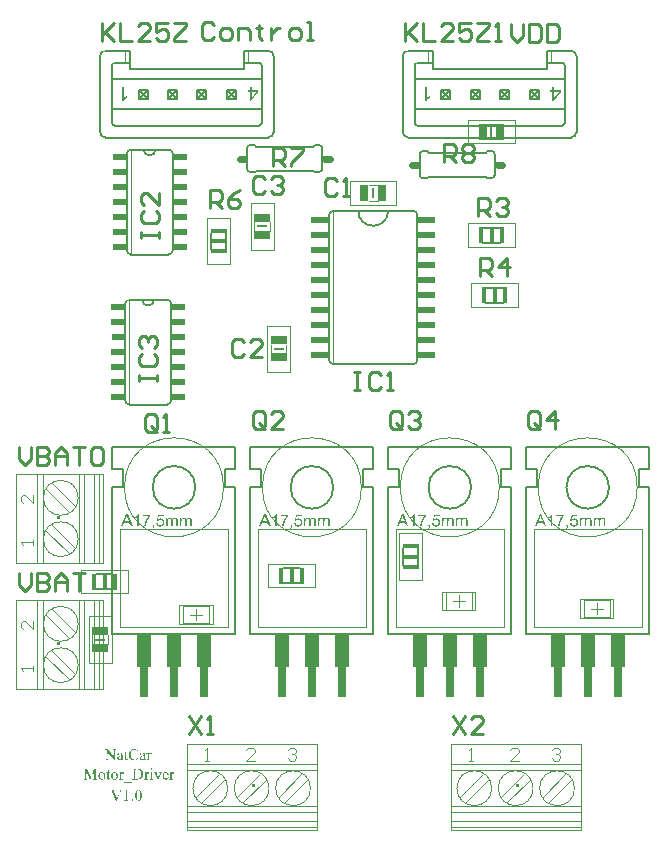
<source format=gto>
%FSLAX24Y24*%
%MOIN*%
G70*
G01*
G75*
%ADD10R,0.0630X0.0520*%
%ADD11R,0.0600X0.0520*%
%ADD12R,0.0800X0.0260*%
%ADD13R,0.0520X0.0630*%
%ADD14R,0.0520X0.0600*%
%ADD15C,0.0350*%
%ADD16C,0.0600*%
%ADD17C,0.0700*%
%ADD18R,0.0079X0.0318*%
%ADD19R,0.0476X0.0159*%
%ADD20R,0.0318X0.0079*%
%ADD21R,0.0159X0.0476*%
%ADD22R,0.0079X0.0318*%
%ADD23C,0.0000*%
%ADD24C,0.0039*%
%ADD25C,0.0040*%
%ADD26C,0.0060*%
%ADD27C,0.0240*%
%ADD28R,0.0295X0.0575*%
%ADD29R,0.0300X0.0575*%
%ADD30R,0.0560X0.0140*%
%ADD31R,0.0575X0.0295*%
%ADD32R,0.0575X0.0300*%
%ADD33R,0.0300X0.0750*%
%ADD34R,0.0140X0.0560*%
%ADD35R,0.0580X0.0200*%
%ADD36R,0.0100X0.0240*%
%ADD37R,0.0450X0.0200*%
%ADD38C,0.0020*%
%ADD39R,0.1500X0.1500*%
%ADD40O,0.0600X0.1200*%
%ADD41C,0.0670*%
%ADD42O,0.0660X0.1320*%
%ADD43C,0.1300*%
G04:AMPARAMS|DCode=44|XSize=48mil|YSize=48mil|CornerRadius=0mil|HoleSize=0mil|Usage=FLASHONLY|Rotation=180.000|XOffset=0mil|YOffset=0mil|HoleType=Round|Shape=Octagon|*
%AMOCTAGOND44*
4,1,8,-0.0240,0.0120,-0.0240,-0.0120,-0.0120,-0.0240,0.0120,-0.0240,0.0240,-0.0120,0.0240,0.0120,0.0120,0.0240,-0.0120,0.0240,-0.0240,0.0120,0.0*
%
%ADD44OCTAGOND44*%

%ADD45C,0.0500*%
%ADD46R,0.0433X0.0551*%
%ADD47C,0.0650*%
%ADD48C,0.0100*%
%ADD49C,0.0034*%
%ADD50R,0.0300X0.0250*%
%ADD51R,0.0500X0.1100*%
%ADD52R,0.0050X0.0200*%
G36*
X4895Y3399D02*
X4898Y3398D01*
X4902Y3397D01*
X4906Y3395D01*
X4910Y3393D01*
X4913Y3390D01*
X4914Y3390D01*
X4915Y3389D01*
X4917Y3387D01*
X4918Y3384D01*
X4922Y3378D01*
X4923Y3374D01*
X4923Y3370D01*
Y3369D01*
Y3368D01*
X4923Y3366D01*
X4922Y3364D01*
X4921Y3358D01*
X4918Y3355D01*
X4916Y3352D01*
X4916D01*
X4915Y3351D01*
X4912Y3349D01*
X4907Y3346D01*
X4903Y3346D01*
X4900Y3345D01*
X4898D01*
X4897Y3346D01*
X4894Y3346D01*
X4891Y3348D01*
X4887Y3349D01*
X4883Y3351D01*
X4879Y3354D01*
X4878Y3355D01*
X4877Y3356D01*
X4875Y3357D01*
X4873Y3359D01*
X4867Y3362D01*
X4865Y3363D01*
X4862Y3364D01*
X4862D01*
X4860Y3363D01*
X4856Y3361D01*
X4852Y3358D01*
X4852Y3358D01*
X4850Y3356D01*
X4848Y3353D01*
X4845Y3350D01*
X4841Y3345D01*
X4837Y3339D01*
X4832Y3331D01*
X4828Y3323D01*
Y3207D01*
Y3205D01*
Y3203D01*
X4829Y3199D01*
Y3195D01*
X4830Y3185D01*
X4831Y3181D01*
X4833Y3176D01*
Y3176D01*
X4834Y3175D01*
X4836Y3172D01*
X4839Y3168D01*
X4845Y3164D01*
X4845D01*
X4846Y3163D01*
X4848Y3163D01*
X4851Y3162D01*
X4855Y3161D01*
X4859Y3160D01*
X4864Y3159D01*
X4870D01*
Y3150D01*
X4746D01*
Y3159D01*
X4749D01*
X4752Y3160D01*
X4756D01*
X4765Y3162D01*
X4769Y3163D01*
X4773Y3165D01*
X4774D01*
X4774Y3166D01*
X4777Y3168D01*
X4780Y3173D01*
X4782Y3179D01*
X4783Y3180D01*
Y3182D01*
X4784Y3184D01*
Y3187D01*
X4784Y3192D01*
Y3198D01*
Y3205D01*
Y3298D01*
Y3299D01*
Y3300D01*
Y3302D01*
Y3305D01*
Y3312D01*
Y3320D01*
X4784Y3329D01*
X4783Y3337D01*
Y3341D01*
X4782Y3344D01*
Y3346D01*
X4782Y3348D01*
Y3349D01*
X4781Y3349D01*
X4781Y3353D01*
X4779Y3357D01*
X4776Y3360D01*
X4775Y3361D01*
X4772Y3363D01*
X4769Y3364D01*
X4764Y3364D01*
X4761D01*
X4759Y3364D01*
X4753Y3363D01*
X4746Y3360D01*
X4744Y3370D01*
X4816Y3399D01*
X4828D01*
Y3345D01*
X4829Y3345D01*
X4829Y3347D01*
X4831Y3350D01*
X4833Y3353D01*
X4836Y3358D01*
X4839Y3362D01*
X4847Y3372D01*
X4856Y3382D01*
X4861Y3386D01*
X4867Y3391D01*
X4872Y3394D01*
X4878Y3397D01*
X4883Y3399D01*
X4890Y3399D01*
X4892D01*
X4895Y3399D01*
D02*
G37*
G36*
X3741Y3499D02*
X3724D01*
X3720Y3498D01*
X3715Y3497D01*
X3710Y3495D01*
X3704Y3492D01*
X3699Y3489D01*
X3695Y3485D01*
Y3484D01*
X3694Y3483D01*
X3694Y3480D01*
X3692Y3477D01*
X3691Y3472D01*
X3691Y3465D01*
X3690Y3457D01*
Y3446D01*
Y3144D01*
X3680D01*
X3444Y3433D01*
Y3212D01*
Y3212D01*
Y3210D01*
Y3209D01*
Y3207D01*
X3444Y3201D01*
X3445Y3194D01*
X3445Y3187D01*
X3447Y3181D01*
X3448Y3175D01*
X3449Y3172D01*
X3450Y3171D01*
X3451Y3170D01*
X3453Y3169D01*
X3455Y3167D01*
X3458Y3166D01*
X3463Y3163D01*
X3468Y3162D01*
X3475Y3161D01*
X3482Y3160D01*
X3495D01*
Y3150D01*
X3369D01*
Y3160D01*
X3386D01*
X3389Y3161D01*
X3394Y3162D01*
X3400Y3163D01*
X3406Y3166D01*
X3410Y3169D01*
X3414Y3173D01*
X3415Y3174D01*
X3415Y3175D01*
X3417Y3178D01*
X3418Y3181D01*
X3419Y3187D01*
X3419Y3193D01*
X3420Y3202D01*
Y3212D01*
Y3461D01*
X3420Y3462D01*
X3418Y3464D01*
X3415Y3467D01*
X3412Y3471D01*
X3403Y3479D01*
X3399Y3482D01*
X3396Y3485D01*
X3396Y3485D01*
X3394Y3486D01*
X3393Y3487D01*
X3391Y3489D01*
X3387Y3490D01*
X3383Y3492D01*
X3378Y3494D01*
X3373Y3496D01*
X3372D01*
X3371Y3496D01*
X3369Y3497D01*
X3367Y3497D01*
X3364D01*
X3360Y3498D01*
X3356Y3499D01*
X3350D01*
Y3509D01*
X3447D01*
X3666Y3240D01*
Y3446D01*
Y3447D01*
Y3448D01*
Y3450D01*
Y3451D01*
X3666Y3457D01*
X3665Y3464D01*
X3665Y3471D01*
X3663Y3477D01*
X3661Y3484D01*
X3660Y3486D01*
X3659Y3487D01*
X3658Y3488D01*
X3657Y3489D01*
X3654Y3491D01*
X3651Y3493D01*
X3646Y3495D01*
X3641Y3497D01*
X3635Y3498D01*
X3627Y3499D01*
X3615D01*
Y3509D01*
X3741D01*
Y3499D01*
D02*
G37*
G36*
X5004Y10939D02*
Y10938D01*
Y10938D01*
Y10936D01*
Y10934D01*
X5004Y10929D01*
X5003Y10921D01*
X5001Y10914D01*
X5000Y10905D01*
X4997Y10897D01*
X4993Y10890D01*
X4993Y10889D01*
X4991Y10887D01*
X4989Y10883D01*
X4985Y10879D01*
X4980Y10874D01*
X4974Y10870D01*
X4967Y10864D01*
X4959Y10860D01*
X4945Y10881D01*
X4946Y10882D01*
X4947Y10882D01*
X4950Y10884D01*
X4954Y10886D01*
X4957Y10889D01*
X4961Y10892D01*
X4964Y10897D01*
X4967Y10901D01*
X4968Y10902D01*
X4969Y10903D01*
X4970Y10907D01*
X4971Y10911D01*
X4973Y10916D01*
X4974Y10923D01*
X4975Y10930D01*
X4976Y10939D01*
X4948D01*
Y10995D01*
X5004D01*
Y10939D01*
D02*
G37*
G36*
X4472Y3395D02*
X4464D01*
Y3396D01*
X4463Y3398D01*
X4462Y3400D01*
X4461Y3404D01*
X4459Y3409D01*
X4457Y3414D01*
X4452Y3425D01*
X4445Y3439D01*
X4437Y3451D01*
X4427Y3464D01*
X4422Y3469D01*
X4417Y3474D01*
X4416Y3474D01*
X4416Y3475D01*
X4414Y3476D01*
X4411Y3477D01*
X4408Y3479D01*
X4405Y3481D01*
X4397Y3486D01*
X4386Y3490D01*
X4373Y3494D01*
X4360Y3497D01*
X4352Y3498D01*
X4338D01*
X4336Y3497D01*
X4332Y3497D01*
X4323Y3496D01*
X4313Y3494D01*
X4302Y3490D01*
X4291Y3486D01*
X4280Y3480D01*
X4280D01*
X4279Y3479D01*
X4276Y3476D01*
X4270Y3472D01*
X4264Y3466D01*
X4257Y3457D01*
X4249Y3447D01*
X4242Y3435D01*
X4235Y3421D01*
Y3421D01*
X4235Y3420D01*
X4234Y3418D01*
X4233Y3414D01*
X4231Y3410D01*
X4230Y3406D01*
X4229Y3400D01*
X4227Y3394D01*
X4226Y3388D01*
X4224Y3380D01*
X4223Y3372D01*
X4222Y3363D01*
X4221Y3354D01*
X4220Y3344D01*
X4219Y3323D01*
Y3323D01*
Y3321D01*
Y3318D01*
Y3315D01*
X4220Y3311D01*
Y3306D01*
X4220Y3300D01*
X4221Y3294D01*
X4223Y3281D01*
X4225Y3267D01*
X4229Y3252D01*
X4234Y3238D01*
Y3238D01*
X4235Y3237D01*
X4236Y3235D01*
X4237Y3233D01*
X4241Y3226D01*
X4246Y3218D01*
X4252Y3209D01*
X4260Y3201D01*
X4270Y3192D01*
X4281Y3184D01*
X4281D01*
X4282Y3183D01*
X4284Y3182D01*
X4286Y3181D01*
X4289Y3179D01*
X4293Y3178D01*
X4302Y3174D01*
X4312Y3171D01*
X4325Y3168D01*
X4338Y3166D01*
X4352Y3165D01*
X4358D01*
X4361Y3166D01*
X4365D01*
X4373Y3167D01*
X4383Y3168D01*
X4393Y3171D01*
X4403Y3174D01*
X4413Y3179D01*
X4414D01*
X4414Y3180D01*
X4416Y3181D01*
X4418Y3183D01*
X4423Y3187D01*
X4431Y3193D01*
X4435Y3196D01*
X4439Y3201D01*
X4444Y3205D01*
X4449Y3211D01*
X4455Y3217D01*
X4461Y3224D01*
X4466Y3231D01*
X4472Y3239D01*
X4481Y3234D01*
X4480Y3233D01*
X4479Y3232D01*
X4478Y3229D01*
X4476Y3226D01*
X4473Y3222D01*
X4470Y3217D01*
X4462Y3207D01*
X4453Y3196D01*
X4442Y3184D01*
X4431Y3173D01*
X4424Y3168D01*
X4417Y3163D01*
X4417D01*
X4416Y3162D01*
X4414Y3161D01*
X4411Y3160D01*
X4407Y3158D01*
X4403Y3157D01*
X4399Y3154D01*
X4393Y3153D01*
X4387Y3151D01*
X4381Y3148D01*
X4366Y3145D01*
X4350Y3143D01*
X4332Y3142D01*
X4328D01*
X4324Y3142D01*
X4318Y3143D01*
X4310Y3144D01*
X4302Y3145D01*
X4292Y3147D01*
X4282Y3150D01*
X4271Y3153D01*
X4260Y3158D01*
X4249Y3163D01*
X4237Y3169D01*
X4226Y3177D01*
X4215Y3186D01*
X4204Y3196D01*
X4195Y3208D01*
X4194Y3208D01*
X4193Y3210D01*
X4191Y3213D01*
X4189Y3217D01*
X4186Y3221D01*
X4183Y3227D01*
X4180Y3233D01*
X4177Y3240D01*
X4173Y3249D01*
X4170Y3257D01*
X4167Y3267D01*
X4164Y3277D01*
X4162Y3288D01*
X4160Y3299D01*
X4159Y3311D01*
X4159Y3323D01*
Y3324D01*
Y3325D01*
Y3329D01*
X4159Y3332D01*
Y3337D01*
X4160Y3343D01*
X4161Y3349D01*
X4161Y3356D01*
X4165Y3371D01*
X4169Y3388D01*
X4175Y3405D01*
X4178Y3414D01*
X4182Y3422D01*
X4183Y3422D01*
X4184Y3424D01*
X4185Y3426D01*
X4187Y3429D01*
X4189Y3433D01*
X4192Y3437D01*
X4200Y3447D01*
X4209Y3459D01*
X4220Y3470D01*
X4233Y3482D01*
X4248Y3492D01*
X4249Y3492D01*
X4250Y3493D01*
X4252Y3494D01*
X4255Y3496D01*
X4259Y3497D01*
X4264Y3500D01*
X4269Y3502D01*
X4275Y3505D01*
X4282Y3507D01*
X4289Y3509D01*
X4305Y3513D01*
X4321Y3516D01*
X4331Y3517D01*
X4343D01*
X4346Y3516D01*
X4350D01*
X4354Y3516D01*
X4363Y3515D01*
X4375Y3512D01*
X4388Y3509D01*
X4402Y3504D01*
X4416Y3497D01*
X4416D01*
X4417Y3496D01*
X4419Y3496D01*
X4422Y3495D01*
X4427Y3493D01*
X4429Y3492D01*
X4433D01*
X4436Y3492D01*
X4440Y3494D01*
X4444Y3497D01*
X4444Y3497D01*
X4445Y3498D01*
X4446Y3500D01*
X4448Y3502D01*
X4449Y3505D01*
X4451Y3509D01*
X4453Y3512D01*
X4454Y3517D01*
X4464D01*
X4472Y3395D01*
D02*
G37*
G36*
X3876Y3399D02*
X3883Y3398D01*
X3892Y3396D01*
X3901Y3395D01*
X3909Y3392D01*
X3917Y3388D01*
X3918Y3388D01*
X3920Y3386D01*
X3923Y3385D01*
X3926Y3382D01*
X3929Y3378D01*
X3933Y3374D01*
X3937Y3369D01*
X3940Y3363D01*
Y3362D01*
X3941Y3360D01*
X3942Y3357D01*
X3943Y3353D01*
X3943Y3346D01*
X3944Y3338D01*
X3945Y3328D01*
Y3316D01*
Y3234D01*
Y3233D01*
Y3232D01*
Y3230D01*
Y3228D01*
Y3222D01*
Y3215D01*
X3946Y3208D01*
Y3201D01*
Y3195D01*
X3946Y3193D01*
Y3191D01*
Y3191D01*
Y3190D01*
X3947Y3187D01*
X3948Y3183D01*
X3950Y3181D01*
X3951Y3180D01*
X3952Y3179D01*
X3954Y3179D01*
X3957Y3178D01*
X3960D01*
X3962Y3179D01*
X3965Y3180D01*
X3965D01*
X3966Y3181D01*
X3968Y3182D01*
X3970Y3184D01*
X3973Y3186D01*
X3977Y3189D01*
X3981Y3194D01*
X3987Y3199D01*
Y3184D01*
X3986Y3184D01*
X3985Y3183D01*
X3984Y3181D01*
X3982Y3178D01*
X3975Y3172D01*
X3968Y3165D01*
X3959Y3157D01*
X3950Y3151D01*
X3945Y3149D01*
X3940Y3147D01*
X3934Y3146D01*
X3929Y3145D01*
X3927D01*
X3925Y3146D01*
X3922Y3146D01*
X3919Y3147D01*
X3916Y3149D01*
X3912Y3151D01*
X3909Y3154D01*
X3908Y3154D01*
X3908Y3156D01*
X3907Y3158D01*
X3905Y3161D01*
X3903Y3165D01*
X3902Y3171D01*
X3902Y3177D01*
X3901Y3184D01*
X3901Y3184D01*
X3899Y3183D01*
X3898Y3182D01*
X3895Y3180D01*
X3889Y3175D01*
X3881Y3169D01*
X3873Y3164D01*
X3866Y3158D01*
X3859Y3154D01*
X3857Y3152D01*
X3855Y3151D01*
X3854D01*
X3852Y3150D01*
X3849Y3149D01*
X3845Y3148D01*
X3841Y3147D01*
X3836Y3146D01*
X3830Y3146D01*
X3824Y3145D01*
X3823D01*
X3820Y3146D01*
X3815Y3146D01*
X3810Y3147D01*
X3803Y3149D01*
X3796Y3152D01*
X3790Y3156D01*
X3783Y3162D01*
X3782Y3162D01*
X3781Y3165D01*
X3778Y3169D01*
X3775Y3174D01*
X3772Y3181D01*
X3770Y3188D01*
X3767Y3197D01*
X3767Y3207D01*
Y3208D01*
Y3210D01*
X3767Y3213D01*
X3768Y3218D01*
X3768Y3223D01*
X3770Y3228D01*
X3772Y3233D01*
X3775Y3238D01*
X3775Y3238D01*
X3777Y3240D01*
X3780Y3244D01*
X3783Y3249D01*
X3788Y3254D01*
X3795Y3259D01*
X3802Y3265D01*
X3812Y3272D01*
X3812D01*
X3813Y3272D01*
X3815Y3273D01*
X3817Y3274D01*
X3820Y3276D01*
X3823Y3278D01*
X3828Y3280D01*
X3833Y3283D01*
X3839Y3285D01*
X3846Y3288D01*
X3853Y3292D01*
X3861Y3295D01*
X3870Y3298D01*
X3879Y3302D01*
X3890Y3306D01*
X3901Y3310D01*
Y3320D01*
Y3320D01*
Y3321D01*
Y3323D01*
Y3326D01*
X3901Y3332D01*
X3899Y3340D01*
X3898Y3348D01*
X3896Y3356D01*
X3893Y3363D01*
X3889Y3369D01*
X3889Y3370D01*
X3887Y3371D01*
X3885Y3374D01*
X3881Y3376D01*
X3877Y3379D01*
X3871Y3381D01*
X3864Y3383D01*
X3857Y3383D01*
X3854D01*
X3851Y3383D01*
X3847Y3382D01*
X3843Y3381D01*
X3838Y3379D01*
X3834Y3377D01*
X3830Y3374D01*
X3830Y3373D01*
X3828Y3372D01*
X3827Y3370D01*
X3826Y3368D01*
X3822Y3361D01*
X3821Y3358D01*
X3821Y3353D01*
X3821Y3338D01*
Y3337D01*
Y3335D01*
X3821Y3333D01*
Y3331D01*
X3818Y3324D01*
X3817Y3321D01*
X3815Y3319D01*
X3813Y3318D01*
X3810Y3316D01*
X3805Y3314D01*
X3802Y3313D01*
X3798Y3313D01*
X3797D01*
X3795Y3313D01*
X3793Y3314D01*
X3787Y3315D01*
X3785Y3317D01*
X3782Y3319D01*
Y3320D01*
X3781Y3320D01*
X3781Y3322D01*
X3780Y3324D01*
X3778Y3327D01*
X3777Y3330D01*
X3777Y3334D01*
X3776Y3338D01*
Y3339D01*
X3777Y3342D01*
X3777Y3346D01*
X3779Y3352D01*
X3782Y3358D01*
X3786Y3365D01*
X3791Y3373D01*
X3799Y3380D01*
X3800Y3381D01*
X3803Y3383D01*
X3808Y3386D01*
X3816Y3390D01*
X3825Y3393D01*
X3837Y3396D01*
X3850Y3399D01*
X3864Y3399D01*
X3870D01*
X3876Y3399D01*
D02*
G37*
G36*
X4919Y2875D02*
X4922Y2875D01*
X4924Y2874D01*
X4928Y2872D01*
X4931Y2870D01*
X4934Y2867D01*
X4934Y2867D01*
X4935Y2866D01*
X4937Y2865D01*
X4938Y2862D01*
X4941Y2856D01*
X4942Y2852D01*
X4942Y2849D01*
Y2848D01*
Y2847D01*
X4942Y2845D01*
X4941Y2842D01*
X4940Y2839D01*
X4939Y2836D01*
X4937Y2833D01*
X4934Y2830D01*
X4933Y2829D01*
X4933Y2829D01*
X4931Y2827D01*
X4929Y2826D01*
X4923Y2823D01*
X4919Y2822D01*
X4915Y2822D01*
X4913D01*
X4911Y2822D01*
X4908Y2823D01*
X4902Y2825D01*
X4899Y2827D01*
X4896Y2830D01*
X4896Y2830D01*
X4895Y2831D01*
X4894Y2833D01*
X4892Y2835D01*
X4889Y2841D01*
X4889Y2845D01*
X4888Y2849D01*
Y2849D01*
Y2850D01*
X4889Y2852D01*
X4889Y2855D01*
X4892Y2861D01*
X4893Y2865D01*
X4896Y2867D01*
X4897Y2868D01*
X4898Y2869D01*
X4899Y2870D01*
X4902Y2872D01*
X4907Y2875D01*
X4911Y2875D01*
X4915Y2876D01*
X4917D01*
X4919Y2875D01*
D02*
G37*
G36*
X4076Y3392D02*
X4132D01*
Y3374D01*
X4076Y3374D01*
Y3216D01*
Y3215D01*
Y3212D01*
X4076Y3208D01*
X4077Y3203D01*
X4079Y3193D01*
X4080Y3188D01*
X4083Y3184D01*
X4083Y3184D01*
X4084Y3183D01*
X4085Y3182D01*
X4087Y3181D01*
X4093Y3178D01*
X4096Y3177D01*
X4100Y3177D01*
X4101D01*
X4103Y3177D01*
X4105D01*
X4110Y3179D01*
X4116Y3182D01*
X4116Y3182D01*
X4118Y3183D01*
X4121Y3186D01*
X4125Y3191D01*
X4129Y3198D01*
X4140D01*
Y3198D01*
X4139Y3197D01*
X4138Y3194D01*
X4136Y3189D01*
X4133Y3184D01*
X4129Y3177D01*
X4125Y3171D01*
X4119Y3164D01*
X4113Y3159D01*
X4113Y3158D01*
X4110Y3157D01*
X4107Y3155D01*
X4103Y3153D01*
X4097Y3150D01*
X4091Y3148D01*
X4085Y3147D01*
X4078Y3146D01*
X4076D01*
X4074Y3147D01*
X4070Y3147D01*
X4063Y3149D01*
X4059Y3151D01*
X4054Y3153D01*
X4054Y3153D01*
X4053Y3154D01*
X4050Y3156D01*
X4048Y3158D01*
X4045Y3161D01*
X4043Y3163D01*
X4038Y3172D01*
Y3172D01*
X4037Y3174D01*
X4036Y3177D01*
X4035Y3181D01*
X4034Y3187D01*
X4033Y3193D01*
X4032Y3202D01*
Y3210D01*
Y3374D01*
X3994D01*
Y3383D01*
X3994Y3383D01*
X3997Y3384D01*
X3999Y3385D01*
X4003Y3387D01*
X4007Y3390D01*
X4012Y3393D01*
X4018Y3397D01*
X4023Y3401D01*
X4024Y3402D01*
X4026Y3404D01*
X4029Y3407D01*
X4032Y3411D01*
X4037Y3415D01*
X4041Y3421D01*
X4046Y3428D01*
X4050Y3434D01*
X4051Y3435D01*
X4052Y3436D01*
X4053Y3439D01*
X4055Y3443D01*
X4057Y3448D01*
X4060Y3454D01*
X4064Y3462D01*
X4068Y3471D01*
X4076D01*
Y3392D01*
D02*
G37*
G36*
X4627Y3399D02*
X4635Y3398D01*
X4643Y3396D01*
X4652Y3395D01*
X4660Y3392D01*
X4669Y3388D01*
X4669Y3388D01*
X4671Y3386D01*
X4674Y3385D01*
X4678Y3382D01*
X4681Y3378D01*
X4685Y3374D01*
X4689Y3369D01*
X4691Y3363D01*
Y3362D01*
X4692Y3360D01*
X4693Y3357D01*
X4694Y3353D01*
X4695Y3346D01*
X4696Y3338D01*
X4696Y3328D01*
Y3316D01*
Y3234D01*
Y3233D01*
Y3232D01*
Y3230D01*
Y3228D01*
Y3222D01*
Y3215D01*
X4697Y3208D01*
Y3201D01*
Y3195D01*
X4698Y3193D01*
Y3191D01*
Y3191D01*
Y3190D01*
X4699Y3187D01*
X4700Y3183D01*
X4701Y3181D01*
X4702Y3180D01*
X4704Y3179D01*
X4706Y3179D01*
X4709Y3178D01*
X4711D01*
X4714Y3179D01*
X4716Y3180D01*
X4717D01*
X4718Y3181D01*
X4719Y3182D01*
X4721Y3184D01*
X4724Y3186D01*
X4728Y3189D01*
X4733Y3194D01*
X4738Y3199D01*
Y3184D01*
X4737Y3184D01*
X4737Y3183D01*
X4735Y3181D01*
X4733Y3178D01*
X4727Y3172D01*
X4720Y3165D01*
X4711Y3157D01*
X4701Y3151D01*
X4696Y3149D01*
X4691Y3147D01*
X4686Y3146D01*
X4681Y3145D01*
X4679D01*
X4676Y3146D01*
X4674Y3146D01*
X4670Y3147D01*
X4667Y3149D01*
X4664Y3151D01*
X4660Y3154D01*
X4660Y3154D01*
X4659Y3156D01*
X4658Y3158D01*
X4656Y3161D01*
X4655Y3165D01*
X4654Y3171D01*
X4653Y3177D01*
X4653Y3184D01*
X4652Y3184D01*
X4651Y3183D01*
X4649Y3182D01*
X4646Y3180D01*
X4640Y3175D01*
X4633Y3169D01*
X4625Y3164D01*
X4617Y3158D01*
X4611Y3154D01*
X4608Y3152D01*
X4606Y3151D01*
X4605D01*
X4604Y3150D01*
X4600Y3149D01*
X4597Y3148D01*
X4592Y3147D01*
X4587Y3146D01*
X4582Y3146D01*
X4575Y3145D01*
X4574D01*
X4572Y3146D01*
X4567Y3146D01*
X4561Y3147D01*
X4554Y3149D01*
X4548Y3152D01*
X4541Y3156D01*
X4534Y3162D01*
X4534Y3162D01*
X4532Y3165D01*
X4529Y3169D01*
X4527Y3174D01*
X4523Y3181D01*
X4521Y3188D01*
X4519Y3197D01*
X4518Y3207D01*
Y3208D01*
Y3210D01*
X4519Y3213D01*
X4519Y3218D01*
X4520Y3223D01*
X4522Y3228D01*
X4523Y3233D01*
X4526Y3238D01*
X4527Y3238D01*
X4528Y3240D01*
X4531Y3244D01*
X4535Y3249D01*
X4540Y3254D01*
X4546Y3259D01*
X4554Y3265D01*
X4563Y3272D01*
X4564D01*
X4564Y3272D01*
X4566Y3273D01*
X4568Y3274D01*
X4572Y3276D01*
X4575Y3278D01*
X4579Y3280D01*
X4585Y3283D01*
X4590Y3285D01*
X4597Y3288D01*
X4604Y3292D01*
X4613Y3295D01*
X4622Y3298D01*
X4631Y3302D01*
X4641Y3306D01*
X4653Y3310D01*
Y3320D01*
Y3320D01*
Y3321D01*
Y3323D01*
Y3326D01*
X4652Y3332D01*
X4651Y3340D01*
X4650Y3348D01*
X4648Y3356D01*
X4645Y3363D01*
X4641Y3369D01*
X4640Y3370D01*
X4639Y3371D01*
X4636Y3374D01*
X4633Y3376D01*
X4628Y3379D01*
X4623Y3381D01*
X4616Y3383D01*
X4608Y3383D01*
X4605D01*
X4603Y3383D01*
X4599Y3382D01*
X4594Y3381D01*
X4590Y3379D01*
X4585Y3377D01*
X4582Y3374D01*
X4581Y3373D01*
X4580Y3372D01*
X4579Y3370D01*
X4577Y3368D01*
X4574Y3361D01*
X4573Y3358D01*
X4572Y3353D01*
X4573Y3338D01*
Y3337D01*
Y3335D01*
X4572Y3333D01*
Y3331D01*
X4570Y3324D01*
X4568Y3321D01*
X4566Y3319D01*
X4565Y3318D01*
X4562Y3316D01*
X4557Y3314D01*
X4553Y3313D01*
X4550Y3313D01*
X4548D01*
X4547Y3313D01*
X4544Y3314D01*
X4539Y3315D01*
X4536Y3317D01*
X4534Y3319D01*
Y3320D01*
X4533Y3320D01*
X4532Y3322D01*
X4531Y3324D01*
X4530Y3327D01*
X4529Y3330D01*
X4528Y3334D01*
X4528Y3338D01*
Y3339D01*
X4528Y3342D01*
X4529Y3346D01*
X4530Y3352D01*
X4533Y3358D01*
X4537Y3365D01*
X4543Y3373D01*
X4550Y3380D01*
X4552Y3381D01*
X4555Y3383D01*
X4560Y3386D01*
X4568Y3390D01*
X4577Y3393D01*
X4588Y3396D01*
X4601Y3399D01*
X4616Y3399D01*
X4622D01*
X4627Y3399D01*
D02*
G37*
G36*
X6170Y11233D02*
X6174D01*
X6178Y11232D01*
X6188Y11231D01*
X6198Y11228D01*
X6209Y11223D01*
X6220Y11217D01*
X6229Y11209D01*
X6230Y11208D01*
X6232Y11205D01*
X6236Y11200D01*
X6238Y11196D01*
X6241Y11192D01*
X6243Y11186D01*
X6245Y11181D01*
X6247Y11175D01*
X6249Y11169D01*
X6250Y11162D01*
X6251Y11154D01*
X6252Y11146D01*
Y11136D01*
Y10939D01*
X6203D01*
Y11120D01*
Y11120D01*
Y11121D01*
Y11124D01*
Y11130D01*
X6203Y11136D01*
X6202Y11143D01*
X6201Y11150D01*
X6200Y11157D01*
X6199Y11162D01*
Y11162D01*
X6197Y11164D01*
X6196Y11166D01*
X6195Y11169D01*
X6192Y11173D01*
X6189Y11176D01*
X6186Y11179D01*
X6181Y11183D01*
X6181Y11184D01*
X6179Y11184D01*
X6177Y11185D01*
X6173Y11187D01*
X6169Y11189D01*
X6164Y11190D01*
X6158Y11190D01*
X6152Y11191D01*
X6149D01*
X6147Y11190D01*
X6141Y11190D01*
X6134Y11189D01*
X6126Y11186D01*
X6118Y11182D01*
X6109Y11177D01*
X6101Y11170D01*
X6100Y11169D01*
X6098Y11166D01*
X6095Y11162D01*
X6091Y11155D01*
X6087Y11146D01*
X6084Y11135D01*
X6082Y11122D01*
X6081Y11106D01*
Y10939D01*
X6032D01*
Y11126D01*
Y11126D01*
Y11127D01*
Y11128D01*
Y11131D01*
X6032Y11137D01*
X6030Y11144D01*
X6029Y11152D01*
X6027Y11160D01*
X6024Y11167D01*
X6020Y11174D01*
X6020Y11175D01*
X6018Y11177D01*
X6015Y11179D01*
X6011Y11183D01*
X6006Y11186D01*
X5999Y11189D01*
X5991Y11190D01*
X5981Y11191D01*
X5978D01*
X5974Y11190D01*
X5969Y11190D01*
X5963Y11188D01*
X5956Y11186D01*
X5950Y11184D01*
X5943Y11180D01*
X5943Y11179D01*
X5940Y11178D01*
X5937Y11175D01*
X5933Y11172D01*
X5929Y11167D01*
X5925Y11162D01*
X5921Y11155D01*
X5918Y11148D01*
X5917Y11147D01*
X5917Y11144D01*
X5916Y11139D01*
X5914Y11133D01*
X5912Y11124D01*
X5911Y11114D01*
X5910Y11102D01*
X5910Y11088D01*
Y10939D01*
X5861D01*
Y11227D01*
X5905D01*
Y11186D01*
X5905Y11187D01*
X5907Y11189D01*
X5910Y11193D01*
X5914Y11198D01*
X5920Y11204D01*
X5926Y11209D01*
X5933Y11215D01*
X5941Y11220D01*
X5942Y11221D01*
X5945Y11223D01*
X5949Y11224D01*
X5956Y11227D01*
X5963Y11229D01*
X5972Y11231D01*
X5982Y11233D01*
X5992Y11233D01*
X5997D01*
X6003Y11233D01*
X6010Y11232D01*
X6019Y11230D01*
X6028Y11228D01*
X6036Y11224D01*
X6044Y11220D01*
X6045Y11219D01*
X6048Y11217D01*
X6051Y11214D01*
X6056Y11210D01*
X6060Y11205D01*
X6065Y11198D01*
X6070Y11191D01*
X6073Y11182D01*
X6074Y11183D01*
X6075Y11185D01*
X6077Y11187D01*
X6080Y11190D01*
X6083Y11194D01*
X6087Y11198D01*
X6092Y11203D01*
X6098Y11208D01*
X6104Y11213D01*
X6110Y11217D01*
X6118Y11221D01*
X6126Y11225D01*
X6134Y11229D01*
X6143Y11231D01*
X6153Y11233D01*
X6163Y11233D01*
X6167D01*
X6170Y11233D01*
D02*
G37*
G36*
X5707D02*
X5711D01*
X5715Y11232D01*
X5725Y11231D01*
X5735Y11228D01*
X5746Y11223D01*
X5757Y11217D01*
X5766Y11209D01*
X5768Y11208D01*
X5770Y11205D01*
X5774Y11200D01*
X5776Y11196D01*
X5778Y11192D01*
X5780Y11186D01*
X5782Y11181D01*
X5784Y11175D01*
X5786Y11169D01*
X5787Y11162D01*
X5788Y11154D01*
X5789Y11146D01*
Y11136D01*
Y10939D01*
X5741D01*
Y11120D01*
Y11120D01*
Y11121D01*
Y11124D01*
Y11130D01*
X5740Y11136D01*
X5739Y11143D01*
X5739Y11150D01*
X5738Y11157D01*
X5736Y11162D01*
Y11162D01*
X5735Y11164D01*
X5734Y11166D01*
X5732Y11169D01*
X5730Y11173D01*
X5727Y11176D01*
X5723Y11179D01*
X5719Y11183D01*
X5718Y11184D01*
X5716Y11184D01*
X5714Y11185D01*
X5710Y11187D01*
X5706Y11189D01*
X5701Y11190D01*
X5696Y11190D01*
X5689Y11191D01*
X5687D01*
X5684Y11190D01*
X5679Y11190D01*
X5672Y11189D01*
X5664Y11186D01*
X5655Y11182D01*
X5646Y11177D01*
X5638Y11170D01*
X5638Y11169D01*
X5635Y11166D01*
X5632Y11162D01*
X5629Y11155D01*
X5625Y11146D01*
X5622Y11135D01*
X5619Y11122D01*
X5618Y11106D01*
Y10939D01*
X5569D01*
Y11126D01*
Y11126D01*
Y11127D01*
Y11128D01*
Y11131D01*
X5569Y11137D01*
X5568Y11144D01*
X5567Y11152D01*
X5564Y11160D01*
X5561Y11167D01*
X5557Y11174D01*
X5557Y11175D01*
X5555Y11177D01*
X5552Y11179D01*
X5548Y11183D01*
X5543Y11186D01*
X5536Y11189D01*
X5528Y11190D01*
X5518Y11191D01*
X5515D01*
X5511Y11190D01*
X5506Y11190D01*
X5501Y11188D01*
X5494Y11186D01*
X5487Y11184D01*
X5481Y11180D01*
X5480Y11179D01*
X5478Y11178D01*
X5475Y11175D01*
X5471Y11172D01*
X5467Y11167D01*
X5463Y11162D01*
X5459Y11155D01*
X5455Y11148D01*
X5455Y11147D01*
X5454Y11144D01*
X5453Y11139D01*
X5451Y11133D01*
X5450Y11124D01*
X5448Y11114D01*
X5448Y11102D01*
X5447Y11088D01*
Y10939D01*
X5398D01*
Y11227D01*
X5442D01*
Y11186D01*
X5443Y11187D01*
X5444Y11189D01*
X5448Y11193D01*
X5452Y11198D01*
X5457Y11204D01*
X5463Y11209D01*
X5470Y11215D01*
X5478Y11220D01*
X5479Y11221D01*
X5482Y11223D01*
X5487Y11224D01*
X5493Y11227D01*
X5501Y11229D01*
X5509Y11231D01*
X5519Y11233D01*
X5529Y11233D01*
X5534D01*
X5541Y11233D01*
X5548Y11232D01*
X5556Y11230D01*
X5565Y11228D01*
X5574Y11224D01*
X5582Y11220D01*
X5583Y11219D01*
X5585Y11217D01*
X5588Y11214D01*
X5593Y11210D01*
X5598Y11205D01*
X5603Y11198D01*
X5607Y11191D01*
X5611Y11182D01*
X5611Y11183D01*
X5613Y11185D01*
X5614Y11187D01*
X5617Y11190D01*
X5621Y11194D01*
X5625Y11198D01*
X5629Y11203D01*
X5635Y11208D01*
X5641Y11213D01*
X5648Y11217D01*
X5655Y11221D01*
X5663Y11225D01*
X5672Y11229D01*
X5681Y11231D01*
X5690Y11233D01*
X5700Y11233D01*
X5704D01*
X5707Y11233D01*
D02*
G37*
G36*
X8878Y10939D02*
X8819D01*
X8772Y11060D01*
X8606D01*
X8563Y10939D01*
X8507D01*
X8659Y11336D01*
X8716D01*
X8878Y10939D01*
D02*
G37*
G36*
X9601D02*
Y10938D01*
Y10938D01*
Y10936D01*
Y10934D01*
X9600Y10929D01*
X9599Y10921D01*
X9598Y10914D01*
X9596Y10905D01*
X9593Y10897D01*
X9590Y10890D01*
X9589Y10889D01*
X9587Y10887D01*
X9585Y10883D01*
X9581Y10879D01*
X9576Y10874D01*
X9571Y10870D01*
X9563Y10864D01*
X9555Y10860D01*
X9541Y10881D01*
X9542Y10882D01*
X9544Y10882D01*
X9547Y10884D01*
X9550Y10886D01*
X9553Y10889D01*
X9558Y10892D01*
X9561Y10897D01*
X9564Y10901D01*
X9564Y10902D01*
X9565Y10903D01*
X9566Y10907D01*
X9568Y10911D01*
X9569Y10916D01*
X9571Y10923D01*
X9572Y10930D01*
X9572Y10939D01*
X9545D01*
Y10995D01*
X9601D01*
Y10939D01*
D02*
G37*
G36*
X4488D02*
X4439D01*
Y11250D01*
X4439Y11249D01*
X4436Y11247D01*
X4432Y11243D01*
X4427Y11239D01*
X4420Y11234D01*
X4412Y11228D01*
X4403Y11222D01*
X4393Y11216D01*
X4392D01*
X4392Y11215D01*
X4388Y11213D01*
X4382Y11210D01*
X4376Y11206D01*
X4368Y11202D01*
X4359Y11198D01*
X4350Y11194D01*
X4342Y11191D01*
Y11238D01*
X4342D01*
X4343Y11239D01*
X4346Y11240D01*
X4349Y11241D01*
X4352Y11243D01*
X4356Y11245D01*
X4366Y11251D01*
X4377Y11258D01*
X4389Y11266D01*
X4401Y11275D01*
X4413Y11285D01*
X4413Y11285D01*
X4414Y11286D01*
X4416Y11287D01*
X4418Y11289D01*
X4423Y11295D01*
X4430Y11302D01*
X4437Y11310D01*
X4444Y11319D01*
X4451Y11328D01*
X4457Y11338D01*
X4488D01*
Y10939D01*
D02*
G37*
G36*
X4282D02*
X4222D01*
X4176Y11060D01*
X4009D01*
X3966Y10939D01*
X3911D01*
X4062Y11336D01*
X4120D01*
X4282Y10939D01*
D02*
G37*
G36*
X5321Y11285D02*
X5162D01*
X5141Y11177D01*
X5141Y11178D01*
X5142Y11178D01*
X5144Y11179D01*
X5147Y11181D01*
X5150Y11183D01*
X5154Y11185D01*
X5164Y11190D01*
X5175Y11194D01*
X5188Y11198D01*
X5202Y11201D01*
X5208Y11202D01*
X5221D01*
X5225Y11202D01*
X5229Y11201D01*
X5234Y11201D01*
X5240Y11200D01*
X5246Y11198D01*
X5260Y11194D01*
X5268Y11191D01*
X5275Y11187D01*
X5282Y11183D01*
X5290Y11178D01*
X5297Y11173D01*
X5304Y11166D01*
X5304Y11166D01*
X5305Y11165D01*
X5307Y11163D01*
X5309Y11160D01*
X5312Y11156D01*
X5315Y11152D01*
X5319Y11147D01*
X5322Y11141D01*
X5325Y11135D01*
X5328Y11128D01*
X5331Y11120D01*
X5334Y11112D01*
X5336Y11103D01*
X5338Y11093D01*
X5339Y11084D01*
X5340Y11073D01*
Y11073D01*
Y11071D01*
Y11068D01*
X5339Y11064D01*
X5339Y11060D01*
X5338Y11054D01*
X5337Y11048D01*
X5336Y11042D01*
X5332Y11027D01*
X5327Y11011D01*
X5323Y11003D01*
X5319Y10996D01*
X5314Y10988D01*
X5308Y10980D01*
X5308Y10980D01*
X5307Y10978D01*
X5304Y10976D01*
X5301Y10973D01*
X5297Y10969D01*
X5293Y10965D01*
X5287Y10961D01*
X5281Y10956D01*
X5274Y10952D01*
X5266Y10948D01*
X5257Y10944D01*
X5248Y10940D01*
X5238Y10937D01*
X5227Y10934D01*
X5216Y10933D01*
X5204Y10932D01*
X5199D01*
X5195Y10933D01*
X5190Y10933D01*
X5185Y10934D01*
X5179Y10934D01*
X5172Y10936D01*
X5158Y10940D01*
X5144Y10945D01*
X5136Y10948D01*
X5129Y10952D01*
X5122Y10957D01*
X5115Y10962D01*
X5114Y10963D01*
X5113Y10963D01*
X5112Y10965D01*
X5110Y10968D01*
X5107Y10971D01*
X5104Y10974D01*
X5101Y10979D01*
X5098Y10984D01*
X5094Y10989D01*
X5091Y10995D01*
X5084Y11009D01*
X5079Y11025D01*
X5078Y11034D01*
X5076Y11043D01*
X5128Y11047D01*
Y11046D01*
Y11045D01*
X5128Y11043D01*
X5129Y11041D01*
X5130Y11034D01*
X5133Y11026D01*
X5136Y11017D01*
X5141Y11007D01*
X5146Y10999D01*
X5153Y10991D01*
X5154Y10990D01*
X5157Y10988D01*
X5161Y10985D01*
X5168Y10981D01*
X5175Y10978D01*
X5183Y10975D01*
X5193Y10973D01*
X5204Y10972D01*
X5207D01*
X5210Y10973D01*
X5216Y10973D01*
X5225Y10976D01*
X5234Y10979D01*
X5244Y10983D01*
X5254Y10990D01*
X5259Y10994D01*
X5264Y10999D01*
X5264Y10999D01*
X5265Y11000D01*
X5266Y11002D01*
X5268Y11003D01*
X5272Y11010D01*
X5276Y11018D01*
X5280Y11027D01*
X5284Y11039D01*
X5287Y11054D01*
X5288Y11061D01*
Y11069D01*
Y11070D01*
Y11071D01*
Y11073D01*
X5288Y11076D01*
Y11080D01*
X5287Y11084D01*
X5285Y11093D01*
X5282Y11104D01*
X5278Y11115D01*
X5273Y11125D01*
X5265Y11135D01*
Y11135D01*
X5264Y11136D01*
X5261Y11139D01*
X5256Y11143D01*
X5249Y11147D01*
X5239Y11151D01*
X5229Y11155D01*
X5217Y11158D01*
X5210Y11159D01*
X5199D01*
X5195Y11159D01*
X5189Y11158D01*
X5182Y11157D01*
X5175Y11155D01*
X5168Y11152D01*
X5160Y11148D01*
X5160Y11148D01*
X5157Y11147D01*
X5154Y11144D01*
X5149Y11141D01*
X5145Y11137D01*
X5140Y11132D01*
X5135Y11127D01*
X5131Y11120D01*
X5085Y11127D01*
X5123Y11331D01*
X5321D01*
Y11285D01*
D02*
G37*
G36*
X4874Y11293D02*
X4873Y11292D01*
X4872Y11291D01*
X4870Y11289D01*
X4867Y11285D01*
X4864Y11281D01*
X4859Y11276D01*
X4855Y11271D01*
X4850Y11264D01*
X4845Y11257D01*
X4838Y11249D01*
X4832Y11240D01*
X4826Y11231D01*
X4819Y11220D01*
X4812Y11209D01*
X4805Y11197D01*
X4798Y11185D01*
X4797Y11185D01*
X4796Y11182D01*
X4795Y11179D01*
X4792Y11174D01*
X4789Y11167D01*
X4785Y11161D01*
X4781Y11152D01*
X4777Y11143D01*
X4773Y11133D01*
X4768Y11123D01*
X4763Y11111D01*
X4758Y11099D01*
X4749Y11074D01*
X4741Y11048D01*
Y11047D01*
X4740Y11046D01*
X4739Y11043D01*
X4738Y11039D01*
X4737Y11035D01*
X4736Y11029D01*
X4734Y11023D01*
X4733Y11016D01*
X4731Y11008D01*
X4730Y10999D01*
X4727Y10981D01*
X4724Y10961D01*
X4722Y10939D01*
X4672D01*
Y10940D01*
Y10941D01*
Y10944D01*
X4673Y10947D01*
Y10952D01*
X4673Y10957D01*
X4674Y10964D01*
X4675Y10971D01*
X4676Y10979D01*
X4677Y10987D01*
X4679Y10996D01*
X4680Y11006D01*
X4682Y11016D01*
X4684Y11028D01*
X4690Y11051D01*
Y11052D01*
X4691Y11054D01*
X4692Y11058D01*
X4694Y11063D01*
X4695Y11069D01*
X4698Y11076D01*
X4700Y11084D01*
X4703Y11092D01*
X4707Y11102D01*
X4710Y11112D01*
X4719Y11134D01*
X4729Y11157D01*
X4741Y11179D01*
X4741Y11180D01*
X4742Y11182D01*
X4744Y11185D01*
X4746Y11190D01*
X4749Y11195D01*
X4753Y11201D01*
X4757Y11208D01*
X4762Y11216D01*
X4773Y11232D01*
X4784Y11250D01*
X4797Y11267D01*
X4811Y11284D01*
X4617D01*
Y11331D01*
X4874D01*
Y11293D01*
D02*
G37*
G36*
X3267Y2749D02*
X3272Y2748D01*
X3277Y2747D01*
X3283Y2746D01*
X3290Y2744D01*
X3297Y2742D01*
X3304Y2739D01*
X3311Y2735D01*
X3319Y2731D01*
X3326Y2726D01*
X3333Y2721D01*
X3340Y2714D01*
X3347Y2707D01*
X3347Y2706D01*
X3348Y2705D01*
X3349Y2704D01*
X3351Y2701D01*
X3353Y2698D01*
X3355Y2693D01*
X3358Y2689D01*
X3361Y2684D01*
X3366Y2671D01*
X3370Y2658D01*
X3374Y2642D01*
X3374Y2634D01*
X3375Y2625D01*
Y2625D01*
Y2624D01*
Y2622D01*
Y2620D01*
X3374Y2617D01*
Y2613D01*
X3373Y2605D01*
X3371Y2595D01*
X3368Y2584D01*
X3364Y2572D01*
X3359Y2559D01*
Y2559D01*
X3358Y2558D01*
X3357Y2556D01*
X3356Y2554D01*
X3353Y2548D01*
X3348Y2541D01*
X3342Y2533D01*
X3334Y2524D01*
X3325Y2517D01*
X3316Y2509D01*
X3315D01*
X3315Y2509D01*
X3313Y2508D01*
X3311Y2507D01*
X3305Y2504D01*
X3298Y2501D01*
X3289Y2498D01*
X3279Y2496D01*
X3267Y2493D01*
X3255Y2493D01*
X3253D01*
X3250Y2493D01*
X3246D01*
X3242Y2494D01*
X3236Y2495D01*
X3230Y2497D01*
X3224Y2498D01*
X3217Y2501D01*
X3210Y2503D01*
X3203Y2507D01*
X3196Y2511D01*
X3188Y2516D01*
X3181Y2522D01*
X3174Y2528D01*
X3168Y2536D01*
X3168Y2537D01*
X3167Y2538D01*
X3166Y2540D01*
X3164Y2543D01*
X3162Y2546D01*
X3160Y2550D01*
X3157Y2555D01*
X3155Y2560D01*
X3150Y2572D01*
X3146Y2586D01*
X3142Y2602D01*
X3142Y2610D01*
X3141Y2618D01*
Y2619D01*
Y2620D01*
Y2622D01*
Y2624D01*
X3142Y2627D01*
X3142Y2630D01*
X3143Y2639D01*
X3145Y2649D01*
X3148Y2660D01*
X3152Y2672D01*
X3157Y2684D01*
Y2685D01*
X3158Y2686D01*
X3159Y2688D01*
X3160Y2690D01*
X3164Y2695D01*
X3169Y2703D01*
X3175Y2711D01*
X3183Y2719D01*
X3191Y2726D01*
X3201Y2733D01*
X3201D01*
X3202Y2734D01*
X3203Y2735D01*
X3206Y2736D01*
X3211Y2738D01*
X3218Y2741D01*
X3227Y2744D01*
X3236Y2747D01*
X3247Y2749D01*
X3258Y2749D01*
X3263D01*
X3267Y2749D01*
D02*
G37*
G36*
X4271Y2383D02*
X3990D01*
Y2405D01*
X4271D01*
Y2383D01*
D02*
G37*
G36*
X5396Y2749D02*
X5399D01*
X5404Y2748D01*
X5413Y2746D01*
X5423Y2743D01*
X5434Y2738D01*
X5441Y2735D01*
X5446Y2731D01*
X5451Y2727D01*
X5456Y2722D01*
X5457Y2721D01*
X5457Y2721D01*
X5458Y2719D01*
X5461Y2717D01*
X5462Y2714D01*
X5464Y2711D01*
X5469Y2703D01*
X5474Y2693D01*
X5479Y2680D01*
X5482Y2666D01*
X5482Y2659D01*
X5483Y2650D01*
X5316D01*
Y2650D01*
Y2648D01*
Y2645D01*
X5316Y2642D01*
Y2637D01*
X5317Y2632D01*
X5318Y2626D01*
X5319Y2620D01*
X5322Y2606D01*
X5326Y2592D01*
X5330Y2585D01*
X5333Y2578D01*
X5337Y2572D01*
X5342Y2566D01*
X5342Y2565D01*
X5343Y2565D01*
X5345Y2563D01*
X5346Y2562D01*
X5352Y2557D01*
X5360Y2551D01*
X5368Y2546D01*
X5379Y2541D01*
X5391Y2537D01*
X5397Y2537D01*
X5403Y2536D01*
X5407D01*
X5412Y2537D01*
X5417Y2538D01*
X5424Y2539D01*
X5431Y2542D01*
X5438Y2544D01*
X5444Y2549D01*
X5445Y2549D01*
X5447Y2552D01*
X5451Y2554D01*
X5455Y2559D01*
X5459Y2565D01*
X5464Y2573D01*
X5469Y2583D01*
X5474Y2594D01*
X5483Y2588D01*
Y2588D01*
Y2587D01*
X5482Y2585D01*
X5482Y2582D01*
X5480Y2579D01*
X5479Y2575D01*
X5477Y2566D01*
X5472Y2556D01*
X5467Y2545D01*
X5459Y2533D01*
X5450Y2522D01*
X5449Y2522D01*
X5449Y2521D01*
X5447Y2519D01*
X5445Y2518D01*
X5439Y2513D01*
X5432Y2508D01*
X5422Y2502D01*
X5411Y2497D01*
X5398Y2494D01*
X5391Y2493D01*
X5383Y2493D01*
X5379D01*
X5376Y2493D01*
X5372Y2494D01*
X5368Y2494D01*
X5358Y2497D01*
X5346Y2501D01*
X5340Y2504D01*
X5333Y2507D01*
X5327Y2511D01*
X5321Y2516D01*
X5315Y2521D01*
X5308Y2527D01*
X5308Y2527D01*
X5307Y2528D01*
X5306Y2530D01*
X5303Y2533D01*
X5301Y2536D01*
X5299Y2541D01*
X5296Y2545D01*
X5293Y2551D01*
X5290Y2557D01*
X5287Y2564D01*
X5285Y2571D01*
X5283Y2579D01*
X5281Y2588D01*
X5279Y2597D01*
X5278Y2607D01*
X5278Y2618D01*
Y2618D01*
Y2620D01*
Y2624D01*
X5278Y2628D01*
X5279Y2633D01*
X5280Y2639D01*
X5281Y2646D01*
X5282Y2653D01*
X5286Y2669D01*
X5288Y2676D01*
X5291Y2685D01*
X5295Y2693D01*
X5299Y2700D01*
X5304Y2708D01*
X5310Y2714D01*
X5310Y2715D01*
X5311Y2716D01*
X5313Y2718D01*
X5315Y2720D01*
X5318Y2723D01*
X5322Y2725D01*
X5327Y2729D01*
X5331Y2732D01*
X5337Y2735D01*
X5343Y2738D01*
X5357Y2744D01*
X5364Y2746D01*
X5372Y2748D01*
X5381Y2749D01*
X5389Y2749D01*
X5393D01*
X5396Y2749D01*
D02*
G37*
G36*
X3688D02*
X3693Y2748D01*
X3698Y2747D01*
X3704Y2746D01*
X3711Y2744D01*
X3718Y2742D01*
X3725Y2739D01*
X3732Y2735D01*
X3740Y2731D01*
X3747Y2726D01*
X3754Y2721D01*
X3761Y2714D01*
X3768Y2707D01*
X3768Y2706D01*
X3769Y2705D01*
X3771Y2704D01*
X3772Y2701D01*
X3774Y2698D01*
X3777Y2693D01*
X3779Y2689D01*
X3782Y2684D01*
X3787Y2671D01*
X3792Y2658D01*
X3795Y2642D01*
X3796Y2634D01*
X3796Y2625D01*
Y2625D01*
Y2624D01*
Y2622D01*
Y2620D01*
X3796Y2617D01*
Y2613D01*
X3794Y2605D01*
X3792Y2595D01*
X3789Y2584D01*
X3786Y2572D01*
X3780Y2559D01*
Y2559D01*
X3779Y2558D01*
X3778Y2556D01*
X3777Y2554D01*
X3774Y2548D01*
X3769Y2541D01*
X3763Y2533D01*
X3756Y2524D01*
X3747Y2517D01*
X3737Y2509D01*
X3737D01*
X3736Y2509D01*
X3734Y2508D01*
X3732Y2507D01*
X3727Y2504D01*
X3719Y2501D01*
X3711Y2498D01*
X3700Y2496D01*
X3688Y2493D01*
X3676Y2493D01*
X3674D01*
X3671Y2493D01*
X3667D01*
X3663Y2494D01*
X3657Y2495D01*
X3651Y2497D01*
X3645Y2498D01*
X3638Y2501D01*
X3631Y2503D01*
X3624Y2507D01*
X3617Y2511D01*
X3610Y2516D01*
X3602Y2522D01*
X3596Y2528D01*
X3590Y2536D01*
X3589Y2537D01*
X3589Y2538D01*
X3587Y2540D01*
X3585Y2543D01*
X3584Y2546D01*
X3581Y2550D01*
X3579Y2555D01*
X3576Y2560D01*
X3571Y2572D01*
X3567Y2586D01*
X3564Y2602D01*
X3563Y2610D01*
X3562Y2618D01*
Y2619D01*
Y2620D01*
Y2622D01*
Y2624D01*
X3563Y2627D01*
X3564Y2630D01*
X3565Y2639D01*
X3566Y2649D01*
X3569Y2660D01*
X3573Y2672D01*
X3579Y2684D01*
Y2685D01*
X3579Y2686D01*
X3580Y2688D01*
X3581Y2690D01*
X3585Y2695D01*
X3590Y2703D01*
X3596Y2711D01*
X3604Y2719D01*
X3612Y2726D01*
X3622Y2733D01*
X3622D01*
X3623Y2734D01*
X3625Y2735D01*
X3627Y2736D01*
X3632Y2738D01*
X3639Y2741D01*
X3648Y2744D01*
X3657Y2747D01*
X3668Y2749D01*
X3679Y2749D01*
X3685D01*
X3688Y2749D01*
D02*
G37*
G36*
X4486Y2165D02*
X4489Y2165D01*
X4493Y2164D01*
X4503Y2161D01*
X4509Y2159D01*
X4515Y2155D01*
X4521Y2152D01*
X4527Y2148D01*
X4534Y2143D01*
X4540Y2137D01*
X4547Y2131D01*
X4553Y2124D01*
X4553Y2123D01*
X4555Y2121D01*
X4557Y2118D01*
X4560Y2114D01*
X4562Y2109D01*
X4566Y2102D01*
X4570Y2095D01*
X4573Y2086D01*
X4577Y2077D01*
X4581Y2066D01*
X4585Y2055D01*
X4587Y2042D01*
X4590Y2029D01*
X4592Y2014D01*
X4593Y1999D01*
X4594Y1983D01*
Y1982D01*
Y1980D01*
Y1976D01*
Y1972D01*
X4593Y1966D01*
X4593Y1960D01*
X4592Y1953D01*
X4592Y1946D01*
X4590Y1929D01*
X4586Y1911D01*
X4582Y1893D01*
X4576Y1876D01*
Y1875D01*
X4575Y1874D01*
X4574Y1872D01*
X4572Y1869D01*
X4571Y1865D01*
X4568Y1862D01*
X4563Y1852D01*
X4557Y1842D01*
X4549Y1831D01*
X4540Y1822D01*
X4535Y1817D01*
X4530Y1813D01*
X4529D01*
X4528Y1813D01*
X4527Y1812D01*
X4525Y1811D01*
X4520Y1807D01*
X4512Y1804D01*
X4504Y1800D01*
X4495Y1797D01*
X4486Y1795D01*
X4476Y1794D01*
X4474D01*
X4471Y1794D01*
X4467Y1795D01*
X4463Y1796D01*
X4458Y1797D01*
X4452Y1799D01*
X4446Y1802D01*
X4439Y1804D01*
X4432Y1808D01*
X4425Y1813D01*
X4418Y1819D01*
X4411Y1826D01*
X4404Y1834D01*
X4397Y1843D01*
X4390Y1854D01*
X4390Y1854D01*
X4389Y1856D01*
X4387Y1859D01*
X4386Y1863D01*
X4384Y1868D01*
X4381Y1874D01*
X4379Y1880D01*
X4376Y1888D01*
X4374Y1897D01*
X4371Y1907D01*
X4369Y1917D01*
X4366Y1928D01*
X4365Y1939D01*
X4363Y1951D01*
X4363Y1964D01*
X4362Y1977D01*
Y1978D01*
Y1980D01*
Y1983D01*
X4363Y1987D01*
Y1993D01*
X4363Y1999D01*
X4364Y2005D01*
X4364Y2013D01*
X4366Y2030D01*
X4370Y2048D01*
X4374Y2065D01*
X4380Y2083D01*
Y2083D01*
X4381Y2085D01*
X4382Y2087D01*
X4384Y2090D01*
X4385Y2094D01*
X4387Y2097D01*
X4394Y2107D01*
X4400Y2118D01*
X4409Y2129D01*
X4419Y2140D01*
X4430Y2149D01*
X4431Y2149D01*
X4434Y2151D01*
X4439Y2154D01*
X4445Y2157D01*
X4452Y2160D01*
X4460Y2163D01*
X4469Y2165D01*
X4479Y2166D01*
X4482D01*
X4486Y2165D01*
D02*
G37*
G36*
X4279Y1851D02*
X4282Y1850D01*
X4285Y1849D01*
X4289Y1848D01*
X4292Y1846D01*
X4295Y1843D01*
X4296Y1842D01*
X4297Y1841D01*
X4298Y1839D01*
X4300Y1837D01*
X4303Y1831D01*
X4304Y1827D01*
X4304Y1822D01*
Y1822D01*
Y1820D01*
X4304Y1818D01*
X4303Y1815D01*
X4302Y1812D01*
X4300Y1808D01*
X4298Y1804D01*
X4295Y1801D01*
X4295Y1801D01*
X4294Y1800D01*
X4292Y1798D01*
X4289Y1797D01*
X4283Y1794D01*
X4279Y1793D01*
X4275Y1793D01*
X4273D01*
X4270Y1793D01*
X4268Y1794D01*
X4264Y1795D01*
X4261Y1796D01*
X4257Y1798D01*
X4254Y1801D01*
X4253Y1802D01*
X4253Y1803D01*
X4251Y1804D01*
X4250Y1807D01*
X4248Y1810D01*
X4247Y1814D01*
X4246Y1818D01*
X4245Y1822D01*
Y1823D01*
Y1824D01*
X4246Y1827D01*
X4247Y1829D01*
X4248Y1833D01*
X4249Y1836D01*
X4251Y1839D01*
X4254Y1843D01*
X4254Y1843D01*
X4255Y1844D01*
X4257Y1846D01*
X4260Y1847D01*
X4263Y1849D01*
X4267Y1850D01*
X4270Y1851D01*
X4275Y1852D01*
X4277D01*
X4279Y1851D01*
D02*
G37*
G36*
X3929Y2149D02*
X3929D01*
X3926Y2148D01*
X3922Y2147D01*
X3919Y2146D01*
X3909Y2142D01*
X3904Y2139D01*
X3900Y2136D01*
X3900Y2136D01*
X3898Y2134D01*
X3895Y2131D01*
X3892Y2126D01*
X3888Y2121D01*
X3884Y2114D01*
X3880Y2106D01*
X3876Y2096D01*
X3751Y1792D01*
X3741D01*
X3607Y2100D01*
Y2101D01*
X3606Y2101D01*
X3605Y2104D01*
X3603Y2108D01*
X3601Y2113D01*
X3598Y2118D01*
X3596Y2123D01*
X3594Y2127D01*
X3592Y2130D01*
X3592Y2130D01*
X3591Y2131D01*
X3588Y2134D01*
X3582Y2138D01*
X3576Y2142D01*
X3575D01*
X3574Y2142D01*
X3572Y2144D01*
X3569Y2145D01*
X3565Y2146D01*
X3561Y2147D01*
X3556Y2148D01*
X3549Y2149D01*
Y2159D01*
X3697D01*
Y2149D01*
X3695D01*
X3693Y2148D01*
X3688Y2147D01*
X3683Y2146D01*
X3678Y2145D01*
X3673Y2144D01*
X3668Y2142D01*
X3664Y2140D01*
X3664D01*
X3663Y2139D01*
X3661Y2135D01*
X3658Y2131D01*
X3658Y2127D01*
X3657Y2124D01*
Y2124D01*
Y2122D01*
X3658Y2119D01*
X3659Y2114D01*
X3660Y2108D01*
X3662Y2101D01*
X3665Y2093D01*
X3669Y2083D01*
X3760Y1873D01*
X3845Y2080D01*
Y2081D01*
X3846Y2081D01*
X3846Y2083D01*
X3847Y2085D01*
X3849Y2091D01*
X3851Y2097D01*
X3854Y2104D01*
X3856Y2111D01*
X3857Y2117D01*
X3857Y2123D01*
Y2124D01*
Y2124D01*
X3856Y2128D01*
X3854Y2132D01*
X3852Y2135D01*
X3850Y2137D01*
X3849Y2138D01*
X3848Y2139D01*
X3846Y2140D01*
X3844Y2141D01*
X3840Y2143D01*
X3835Y2145D01*
X3830Y2146D01*
X3824Y2147D01*
X3823Y2148D01*
X3821D01*
X3819Y2149D01*
Y2159D01*
X3929D01*
Y2149D01*
D02*
G37*
G36*
X4096Y1863D02*
Y1863D01*
Y1862D01*
Y1860D01*
Y1858D01*
Y1853D01*
X4097Y1847D01*
Y1841D01*
X4097Y1834D01*
X4098Y1829D01*
X4098Y1826D01*
Y1825D01*
X4099Y1824D01*
X4101Y1822D01*
X4104Y1818D01*
X4109Y1814D01*
X4109D01*
X4111Y1813D01*
X4113Y1813D01*
X4116Y1812D01*
X4120Y1811D01*
X4126Y1811D01*
X4133Y1810D01*
X4141D01*
Y1800D01*
X4006D01*
Y1810D01*
X4015D01*
X4020Y1811D01*
X4025Y1811D01*
X4030Y1812D01*
X4035Y1813D01*
X4038Y1814D01*
X4039D01*
X4040Y1814D01*
X4043Y1817D01*
X4046Y1820D01*
X4049Y1824D01*
Y1825D01*
X4049Y1826D01*
X4050Y1828D01*
X4051Y1832D01*
X4051Y1837D01*
X4052Y1844D01*
X4052Y1852D01*
Y1858D01*
Y1863D01*
Y2056D01*
Y2057D01*
Y2058D01*
Y2060D01*
Y2063D01*
Y2069D01*
X4052Y2077D01*
Y2086D01*
X4051Y2094D01*
X4051Y2101D01*
X4050Y2104D01*
X4049Y2106D01*
Y2107D01*
X4049Y2107D01*
X4048Y2111D01*
X4046Y2115D01*
X4042Y2119D01*
X4042Y2119D01*
X4040Y2121D01*
X4036Y2122D01*
X4031Y2122D01*
X4030D01*
X4027Y2122D01*
X4024Y2121D01*
X4020Y2121D01*
X4016Y2119D01*
X4010Y2117D01*
X4004Y2115D01*
X4000Y2123D01*
X4087Y2166D01*
X4096D01*
Y1863D01*
D02*
G37*
G36*
X3969Y2749D02*
X3973Y2748D01*
X3976Y2747D01*
X3980Y2745D01*
X3984Y2743D01*
X3988Y2740D01*
X3989Y2740D01*
X3990Y2739D01*
X3991Y2737D01*
X3993Y2734D01*
X3996Y2728D01*
X3998Y2724D01*
X3998Y2720D01*
Y2719D01*
Y2718D01*
X3998Y2716D01*
X3997Y2714D01*
X3995Y2708D01*
X3993Y2705D01*
X3991Y2702D01*
X3990D01*
X3990Y2701D01*
X3986Y2699D01*
X3981Y2696D01*
X3978Y2696D01*
X3975Y2695D01*
X3973D01*
X3971Y2696D01*
X3969Y2696D01*
X3965Y2698D01*
X3962Y2699D01*
X3958Y2701D01*
X3954Y2704D01*
X3953Y2705D01*
X3952Y2706D01*
X3950Y2707D01*
X3948Y2709D01*
X3942Y2712D01*
X3939Y2713D01*
X3937Y2714D01*
X3936D01*
X3934Y2713D01*
X3931Y2711D01*
X3927Y2708D01*
X3927Y2708D01*
X3925Y2706D01*
X3923Y2703D01*
X3919Y2700D01*
X3916Y2695D01*
X3912Y2689D01*
X3907Y2681D01*
X3903Y2673D01*
Y2557D01*
Y2555D01*
Y2553D01*
X3903Y2549D01*
Y2545D01*
X3905Y2535D01*
X3906Y2531D01*
X3908Y2526D01*
Y2526D01*
X3908Y2525D01*
X3910Y2522D01*
X3914Y2518D01*
X3919Y2514D01*
X3920D01*
X3921Y2513D01*
X3923Y2513D01*
X3926Y2512D01*
X3929Y2511D01*
X3934Y2510D01*
X3939Y2509D01*
X3945D01*
Y2500D01*
X3821D01*
Y2509D01*
X3823D01*
X3827Y2510D01*
X3831D01*
X3840Y2512D01*
X3844Y2513D01*
X3848Y2515D01*
X3848D01*
X3849Y2516D01*
X3852Y2518D01*
X3854Y2523D01*
X3857Y2529D01*
X3858Y2530D01*
Y2532D01*
X3858Y2534D01*
Y2537D01*
X3859Y2542D01*
Y2548D01*
Y2555D01*
Y2648D01*
Y2649D01*
Y2650D01*
Y2652D01*
Y2655D01*
Y2662D01*
Y2670D01*
X3858Y2679D01*
X3858Y2687D01*
Y2691D01*
X3857Y2694D01*
Y2696D01*
X3857Y2698D01*
Y2699D01*
X3856Y2699D01*
X3855Y2703D01*
X3853Y2707D01*
X3850Y2710D01*
X3850Y2711D01*
X3847Y2713D01*
X3844Y2714D01*
X3839Y2714D01*
X3836D01*
X3834Y2714D01*
X3828Y2713D01*
X3821Y2710D01*
X3818Y2720D01*
X3891Y2749D01*
X3903D01*
Y2695D01*
X3903Y2695D01*
X3904Y2697D01*
X3905Y2700D01*
X3908Y2703D01*
X3910Y2708D01*
X3914Y2712D01*
X3922Y2722D01*
X3931Y2732D01*
X3936Y2736D01*
X3941Y2741D01*
X3947Y2744D01*
X3953Y2747D01*
X3958Y2749D01*
X3964Y2749D01*
X3966D01*
X3969Y2749D01*
D02*
G37*
G36*
X3111Y2849D02*
X3095D01*
X3091Y2848D01*
X3086Y2847D01*
X3080Y2845D01*
X3075Y2842D01*
X3070Y2839D01*
X3066Y2835D01*
Y2834D01*
X3065Y2833D01*
X3064Y2830D01*
X3063Y2827D01*
X3062Y2822D01*
X3061Y2815D01*
X3060Y2807D01*
Y2796D01*
Y2562D01*
Y2562D01*
Y2560D01*
Y2559D01*
Y2557D01*
X3061Y2551D01*
X3061Y2544D01*
X3062Y2537D01*
X3063Y2531D01*
X3065Y2525D01*
X3066Y2522D01*
X3067Y2521D01*
X3068Y2520D01*
X3069Y2519D01*
X3072Y2517D01*
X3075Y2516D01*
X3080Y2513D01*
X3085Y2512D01*
X3091Y2511D01*
X3098Y2510D01*
X3111D01*
Y2500D01*
X2959D01*
Y2510D01*
X2975D01*
X2979Y2511D01*
X2984Y2512D01*
X2989Y2513D01*
X2995Y2516D01*
X3000Y2519D01*
X3004Y2523D01*
X3004Y2524D01*
X3005Y2525D01*
X3006Y2528D01*
X3007Y2531D01*
X3008Y2537D01*
X3009Y2543D01*
X3010Y2552D01*
Y2562D01*
Y2801D01*
X2871Y2500D01*
X2863D01*
X2724Y2801D01*
Y2562D01*
Y2562D01*
Y2560D01*
Y2559D01*
Y2557D01*
X2725Y2551D01*
X2725Y2544D01*
X2726Y2537D01*
X2727Y2531D01*
X2729Y2525D01*
X2730Y2522D01*
X2731Y2521D01*
X2732Y2520D01*
X2733Y2519D01*
X2735Y2517D01*
X2739Y2516D01*
X2743Y2513D01*
X2749Y2512D01*
X2755Y2511D01*
X2763Y2510D01*
X2775D01*
Y2500D01*
X2650D01*
Y2510D01*
X2667D01*
X2671Y2511D01*
X2676Y2512D01*
X2681Y2513D01*
X2686Y2516D01*
X2691Y2519D01*
X2695Y2523D01*
X2696Y2524D01*
X2696Y2525D01*
X2697Y2528D01*
X2698Y2531D01*
X2699Y2537D01*
X2700Y2543D01*
X2701Y2552D01*
Y2562D01*
Y2796D01*
Y2797D01*
Y2800D01*
Y2804D01*
X2700Y2809D01*
X2699Y2820D01*
X2697Y2826D01*
X2696Y2830D01*
Y2831D01*
X2695Y2831D01*
X2692Y2835D01*
X2688Y2839D01*
X2685Y2841D01*
X2682Y2843D01*
X2681D01*
X2680Y2844D01*
X2677Y2845D01*
X2674Y2846D01*
X2669Y2847D01*
X2664Y2847D01*
X2658Y2849D01*
X2650D01*
Y2859D01*
X2753D01*
X2881Y2578D01*
X3010Y2859D01*
X3111D01*
Y2849D01*
D02*
G37*
G36*
X5653Y2749D02*
X5656Y2748D01*
X5660Y2747D01*
X5664Y2745D01*
X5668Y2743D01*
X5672Y2740D01*
X5673Y2740D01*
X5674Y2739D01*
X5675Y2737D01*
X5677Y2734D01*
X5680Y2728D01*
X5681Y2724D01*
X5682Y2720D01*
Y2719D01*
Y2718D01*
X5681Y2716D01*
X5681Y2714D01*
X5679Y2708D01*
X5677Y2705D01*
X5675Y2702D01*
X5674D01*
X5674Y2701D01*
X5670Y2699D01*
X5665Y2696D01*
X5662Y2696D01*
X5659Y2695D01*
X5657D01*
X5655Y2696D01*
X5653Y2696D01*
X5649Y2698D01*
X5646Y2699D01*
X5642Y2701D01*
X5638Y2704D01*
X5637Y2705D01*
X5636Y2706D01*
X5634Y2707D01*
X5631Y2709D01*
X5626Y2712D01*
X5623Y2713D01*
X5621Y2714D01*
X5620D01*
X5618Y2713D01*
X5615Y2711D01*
X5611Y2708D01*
X5610Y2708D01*
X5609Y2706D01*
X5606Y2703D01*
X5603Y2700D01*
X5600Y2695D01*
X5595Y2689D01*
X5591Y2681D01*
X5587Y2673D01*
Y2557D01*
Y2555D01*
Y2553D01*
X5587Y2549D01*
Y2545D01*
X5589Y2535D01*
X5590Y2531D01*
X5591Y2526D01*
Y2526D01*
X5592Y2525D01*
X5594Y2522D01*
X5598Y2518D01*
X5603Y2514D01*
X5604D01*
X5605Y2513D01*
X5607Y2513D01*
X5610Y2512D01*
X5613Y2511D01*
X5618Y2510D01*
X5623Y2509D01*
X5629D01*
Y2500D01*
X5504D01*
Y2509D01*
X5507D01*
X5510Y2510D01*
X5515D01*
X5524Y2512D01*
X5528Y2513D01*
X5532Y2515D01*
X5532D01*
X5533Y2516D01*
X5535Y2518D01*
X5538Y2523D01*
X5541Y2529D01*
X5542Y2530D01*
Y2532D01*
X5542Y2534D01*
Y2537D01*
X5543Y2542D01*
Y2548D01*
Y2555D01*
Y2648D01*
Y2649D01*
Y2650D01*
Y2652D01*
Y2655D01*
Y2662D01*
Y2670D01*
X5542Y2679D01*
X5542Y2687D01*
Y2691D01*
X5541Y2694D01*
Y2696D01*
X5540Y2698D01*
Y2699D01*
X5540Y2699D01*
X5539Y2703D01*
X5537Y2707D01*
X5534Y2710D01*
X5534Y2711D01*
X5531Y2713D01*
X5528Y2714D01*
X5523Y2714D01*
X5520D01*
X5518Y2714D01*
X5512Y2713D01*
X5504Y2710D01*
X5502Y2720D01*
X5575Y2749D01*
X5587D01*
Y2695D01*
X5587Y2695D01*
X5588Y2697D01*
X5589Y2700D01*
X5591Y2703D01*
X5594Y2708D01*
X5598Y2712D01*
X5605Y2722D01*
X5615Y2732D01*
X5620Y2736D01*
X5625Y2741D01*
X5631Y2744D01*
X5636Y2747D01*
X5642Y2749D01*
X5648Y2749D01*
X5650D01*
X5653Y2749D01*
D02*
G37*
G36*
X4811D02*
X4814Y2748D01*
X4818Y2747D01*
X4822Y2745D01*
X4826Y2743D01*
X4830Y2740D01*
X4831Y2740D01*
X4832Y2739D01*
X4833Y2737D01*
X4835Y2734D01*
X4838Y2728D01*
X4839Y2724D01*
X4840Y2720D01*
Y2719D01*
Y2718D01*
X4839Y2716D01*
X4839Y2714D01*
X4837Y2708D01*
X4835Y2705D01*
X4833Y2702D01*
X4832D01*
X4832Y2701D01*
X4828Y2699D01*
X4823Y2696D01*
X4820Y2696D01*
X4817Y2695D01*
X4815D01*
X4813Y2696D01*
X4811Y2696D01*
X4807Y2698D01*
X4804Y2699D01*
X4800Y2701D01*
X4796Y2704D01*
X4795Y2705D01*
X4794Y2706D01*
X4792Y2707D01*
X4790Y2709D01*
X4784Y2712D01*
X4781Y2713D01*
X4779Y2714D01*
X4778D01*
X4776Y2713D01*
X4773Y2711D01*
X4769Y2708D01*
X4768Y2708D01*
X4767Y2706D01*
X4765Y2703D01*
X4761Y2700D01*
X4758Y2695D01*
X4753Y2689D01*
X4749Y2681D01*
X4745Y2673D01*
Y2557D01*
Y2555D01*
Y2553D01*
X4745Y2549D01*
Y2545D01*
X4747Y2535D01*
X4748Y2531D01*
X4750Y2526D01*
Y2526D01*
X4750Y2525D01*
X4752Y2522D01*
X4756Y2518D01*
X4761Y2514D01*
X4762D01*
X4763Y2513D01*
X4765Y2513D01*
X4768Y2512D01*
X4771Y2511D01*
X4776Y2510D01*
X4781Y2509D01*
X4787D01*
Y2500D01*
X4662D01*
Y2509D01*
X4665D01*
X4669Y2510D01*
X4673D01*
X4682Y2512D01*
X4686Y2513D01*
X4690Y2515D01*
X4690D01*
X4691Y2516D01*
X4694Y2518D01*
X4696Y2523D01*
X4699Y2529D01*
X4700Y2530D01*
Y2532D01*
X4700Y2534D01*
Y2537D01*
X4701Y2542D01*
Y2548D01*
Y2555D01*
Y2648D01*
Y2649D01*
Y2650D01*
Y2652D01*
Y2655D01*
Y2662D01*
Y2670D01*
X4700Y2679D01*
X4700Y2687D01*
Y2691D01*
X4699Y2694D01*
Y2696D01*
X4699Y2698D01*
Y2699D01*
X4698Y2699D01*
X4697Y2703D01*
X4695Y2707D01*
X4692Y2710D01*
X4692Y2711D01*
X4689Y2713D01*
X4686Y2714D01*
X4681Y2714D01*
X4678D01*
X4676Y2714D01*
X4670Y2713D01*
X4662Y2710D01*
X4660Y2720D01*
X4733Y2749D01*
X4745D01*
Y2695D01*
X4745Y2695D01*
X4746Y2697D01*
X4747Y2700D01*
X4750Y2703D01*
X4752Y2708D01*
X4756Y2712D01*
X4763Y2722D01*
X4773Y2732D01*
X4778Y2736D01*
X4783Y2741D01*
X4789Y2744D01*
X4795Y2747D01*
X4800Y2749D01*
X4806Y2749D01*
X4808D01*
X4811Y2749D01*
D02*
G37*
G36*
X4441Y2858D02*
X4449Y2857D01*
X4457Y2857D01*
X4466Y2856D01*
X4486Y2854D01*
X4506Y2851D01*
X4525Y2846D01*
X4534Y2844D01*
X4543Y2840D01*
X4543D01*
X4544Y2839D01*
X4546Y2838D01*
X4550Y2837D01*
X4553Y2835D01*
X4558Y2832D01*
X4567Y2826D01*
X4578Y2817D01*
X4589Y2807D01*
X4600Y2794D01*
X4605Y2787D01*
X4610Y2779D01*
X4611Y2779D01*
X4611Y2777D01*
X4612Y2775D01*
X4614Y2771D01*
X4616Y2768D01*
X4619Y2763D01*
X4621Y2757D01*
X4623Y2751D01*
X4625Y2744D01*
X4627Y2736D01*
X4630Y2728D01*
X4632Y2720D01*
X4635Y2701D01*
X4636Y2691D01*
Y2681D01*
Y2680D01*
Y2678D01*
X4635Y2674D01*
Y2669D01*
X4635Y2662D01*
X4634Y2655D01*
X4632Y2647D01*
X4630Y2637D01*
X4627Y2628D01*
X4625Y2618D01*
X4621Y2607D01*
X4616Y2597D01*
X4611Y2586D01*
X4605Y2576D01*
X4598Y2565D01*
X4590Y2556D01*
X4590Y2555D01*
X4588Y2554D01*
X4585Y2551D01*
X4581Y2547D01*
X4575Y2543D01*
X4569Y2538D01*
X4561Y2533D01*
X4552Y2528D01*
X4541Y2523D01*
X4530Y2518D01*
X4517Y2513D01*
X4503Y2509D01*
X4488Y2505D01*
X4472Y2502D01*
X4454Y2501D01*
X4435Y2500D01*
X4276D01*
Y2510D01*
X4293D01*
X4297Y2511D01*
X4301Y2512D01*
X4307Y2513D01*
X4312Y2516D01*
X4317Y2519D01*
X4321Y2524D01*
X4321Y2525D01*
X4322Y2526D01*
X4323Y2529D01*
X4324Y2532D01*
X4325Y2538D01*
X4326Y2544D01*
X4327Y2553D01*
Y2563D01*
Y2795D01*
Y2796D01*
Y2797D01*
Y2799D01*
Y2801D01*
X4326Y2806D01*
X4326Y2813D01*
X4325Y2820D01*
X4323Y2827D01*
X4322Y2833D01*
X4320Y2835D01*
X4319Y2837D01*
X4318Y2837D01*
X4317Y2839D01*
X4314Y2841D01*
X4312Y2843D01*
X4307Y2845D01*
X4302Y2847D01*
X4296Y2848D01*
X4289Y2849D01*
X4276D01*
Y2859D01*
X4434D01*
X4441Y2858D01*
D02*
G37*
G36*
X3481Y2742D02*
X3537D01*
Y2724D01*
X3481Y2724D01*
Y2566D01*
Y2565D01*
Y2562D01*
X3481Y2558D01*
X3482Y2553D01*
X3484Y2543D01*
X3485Y2538D01*
X3487Y2534D01*
X3488Y2534D01*
X3489Y2533D01*
X3490Y2532D01*
X3492Y2531D01*
X3497Y2528D01*
X3501Y2527D01*
X3505Y2527D01*
X3506D01*
X3508Y2527D01*
X3510D01*
X3515Y2529D01*
X3521Y2532D01*
X3521Y2532D01*
X3522Y2533D01*
X3526Y2536D01*
X3530Y2541D01*
X3534Y2548D01*
X3545D01*
Y2548D01*
X3544Y2547D01*
X3543Y2544D01*
X3541Y2539D01*
X3538Y2534D01*
X3534Y2527D01*
X3530Y2521D01*
X3524Y2514D01*
X3518Y2509D01*
X3517Y2508D01*
X3515Y2507D01*
X3512Y2505D01*
X3507Y2503D01*
X3502Y2500D01*
X3496Y2498D01*
X3490Y2497D01*
X3483Y2496D01*
X3481D01*
X3479Y2497D01*
X3475Y2497D01*
X3468Y2499D01*
X3464Y2501D01*
X3459Y2503D01*
X3459Y2503D01*
X3458Y2504D01*
X3455Y2506D01*
X3453Y2508D01*
X3450Y2511D01*
X3448Y2513D01*
X3443Y2522D01*
Y2522D01*
X3441Y2524D01*
X3441Y2527D01*
X3440Y2531D01*
X3439Y2537D01*
X3438Y2543D01*
X3437Y2552D01*
Y2560D01*
Y2724D01*
X3399D01*
Y2733D01*
X3399Y2733D01*
X3401Y2734D01*
X3404Y2735D01*
X3408Y2737D01*
X3412Y2740D01*
X3417Y2743D01*
X3423Y2747D01*
X3428Y2751D01*
X3429Y2752D01*
X3431Y2754D01*
X3434Y2757D01*
X3437Y2761D01*
X3441Y2765D01*
X3446Y2771D01*
X3451Y2777D01*
X3455Y2784D01*
X3456Y2785D01*
X3456Y2786D01*
X3458Y2789D01*
X3460Y2793D01*
X3462Y2798D01*
X3465Y2804D01*
X3469Y2812D01*
X3473Y2821D01*
X3481D01*
Y2742D01*
D02*
G37*
G36*
X5252Y2733D02*
X5250D01*
X5247Y2732D01*
X5244Y2731D01*
X5238Y2730D01*
X5235Y2728D01*
X5233Y2726D01*
X5232Y2726D01*
X5231Y2725D01*
X5230Y2723D01*
X5227Y2720D01*
X5225Y2716D01*
X5222Y2712D01*
X5219Y2707D01*
X5216Y2700D01*
X5131Y2493D01*
X5120D01*
X5034Y2697D01*
Y2698D01*
X5033Y2699D01*
X5032Y2702D01*
X5030Y2705D01*
X5027Y2711D01*
X5025Y2714D01*
X5023Y2717D01*
Y2718D01*
X5022Y2718D01*
X5019Y2721D01*
X5015Y2724D01*
X5009Y2728D01*
X5008Y2728D01*
X5007Y2729D01*
X5005Y2729D01*
X5003Y2730D01*
X5000Y2731D01*
X4996Y2731D01*
X4992Y2733D01*
Y2742D01*
X5105D01*
Y2733D01*
X5094D01*
X5092Y2732D01*
X5087Y2730D01*
X5082Y2727D01*
X5081Y2726D01*
X5080Y2724D01*
X5078Y2719D01*
X5077Y2714D01*
Y2713D01*
Y2712D01*
X5078Y2710D01*
Y2708D01*
X5078Y2704D01*
X5079Y2701D01*
X5083Y2692D01*
X5139Y2558D01*
X5195Y2697D01*
Y2698D01*
X5196Y2699D01*
X5197Y2702D01*
X5198Y2705D01*
X5200Y2713D01*
X5201Y2716D01*
Y2719D01*
Y2720D01*
Y2721D01*
X5200Y2724D01*
X5199Y2725D01*
X5199Y2726D01*
X5197Y2728D01*
X5195Y2729D01*
X5191Y2731D01*
X5190Y2731D01*
X5189D01*
X5187Y2732D01*
X5185D01*
X5182Y2733D01*
X5173D01*
Y2742D01*
X5252D01*
Y2733D01*
D02*
G37*
G36*
X4937Y2555D02*
Y2554D01*
Y2551D01*
Y2547D01*
X4938Y2542D01*
X4938Y2532D01*
X4939Y2527D01*
X4940Y2524D01*
Y2523D01*
X4940Y2523D01*
X4943Y2520D01*
X4945Y2516D01*
X4950Y2513D01*
X4950D01*
X4951Y2512D01*
X4953Y2512D01*
X4955Y2511D01*
X4959Y2511D01*
X4963Y2510D01*
X4968Y2509D01*
X4974D01*
Y2500D01*
X4856D01*
Y2509D01*
X4862D01*
X4866Y2510D01*
X4874Y2511D01*
X4877Y2512D01*
X4880Y2513D01*
X4881D01*
X4881Y2513D01*
X4883Y2516D01*
X4887Y2519D01*
X4889Y2524D01*
Y2524D01*
X4890Y2526D01*
X4891Y2528D01*
X4892Y2531D01*
X4892Y2535D01*
X4893Y2541D01*
X4893Y2547D01*
Y2555D01*
Y2648D01*
Y2649D01*
Y2650D01*
Y2652D01*
Y2654D01*
Y2662D01*
X4893Y2669D01*
Y2678D01*
X4892Y2686D01*
X4892Y2693D01*
X4891Y2696D01*
X4891Y2699D01*
Y2699D01*
X4890Y2700D01*
X4889Y2704D01*
X4888Y2708D01*
X4885Y2711D01*
X4884Y2711D01*
X4882Y2713D01*
X4879Y2714D01*
X4874Y2714D01*
X4871D01*
X4869Y2714D01*
X4863Y2713D01*
X4856Y2710D01*
X4853Y2720D01*
X4925Y2749D01*
X4937D01*
Y2555D01*
D02*
G37*
G36*
X19110Y11285D02*
X18951D01*
X18930Y11177D01*
X18931Y11178D01*
X18932Y11178D01*
X18934Y11179D01*
X18936Y11181D01*
X18940Y11183D01*
X18944Y11185D01*
X18953Y11190D01*
X18965Y11194D01*
X18977Y11198D01*
X18991Y11201D01*
X18998Y11202D01*
X19010D01*
X19014Y11202D01*
X19018Y11201D01*
X19024Y11201D01*
X19029Y11200D01*
X19036Y11198D01*
X19049Y11194D01*
X19057Y11191D01*
X19064Y11187D01*
X19072Y11183D01*
X19079Y11178D01*
X19086Y11173D01*
X19093Y11166D01*
X19094Y11166D01*
X19095Y11165D01*
X19097Y11163D01*
X19099Y11160D01*
X19102Y11156D01*
X19105Y11152D01*
X19108Y11147D01*
X19111Y11141D01*
X19114Y11135D01*
X19118Y11128D01*
X19121Y11120D01*
X19124Y11112D01*
X19126Y11103D01*
X19128Y11093D01*
X19129Y11084D01*
X19129Y11073D01*
Y11073D01*
Y11071D01*
Y11068D01*
X19129Y11064D01*
X19128Y11060D01*
X19128Y11054D01*
X19126Y11048D01*
X19125Y11042D01*
X19122Y11027D01*
X19116Y11011D01*
X19113Y11003D01*
X19108Y10996D01*
X19103Y10988D01*
X19098Y10980D01*
X19097Y10980D01*
X19096Y10978D01*
X19094Y10976D01*
X19091Y10973D01*
X19087Y10969D01*
X19082Y10965D01*
X19076Y10961D01*
X19070Y10956D01*
X19063Y10952D01*
X19055Y10948D01*
X19047Y10944D01*
X19037Y10940D01*
X19028Y10937D01*
X19017Y10934D01*
X19005Y10933D01*
X18993Y10932D01*
X18988D01*
X18984Y10933D01*
X18979Y10933D01*
X18974Y10934D01*
X18968Y10934D01*
X18962Y10936D01*
X18947Y10940D01*
X18933Y10945D01*
X18925Y10948D01*
X18918Y10952D01*
X18911Y10957D01*
X18904Y10962D01*
X18904Y10963D01*
X18903Y10963D01*
X18901Y10965D01*
X18899Y10968D01*
X18896Y10971D01*
X18893Y10974D01*
X18890Y10979D01*
X18887Y10984D01*
X18884Y10989D01*
X18880Y10995D01*
X18874Y11009D01*
X18869Y11025D01*
X18867Y11034D01*
X18866Y11043D01*
X18917Y11047D01*
Y11046D01*
Y11045D01*
X18917Y11043D01*
X18918Y11041D01*
X18920Y11034D01*
X18922Y11026D01*
X18925Y11017D01*
X18930Y11007D01*
X18936Y10999D01*
X18943Y10991D01*
X18944Y10990D01*
X18946Y10988D01*
X18951Y10985D01*
X18957Y10981D01*
X18964Y10978D01*
X18973Y10975D01*
X18982Y10973D01*
X18993Y10972D01*
X18997D01*
X18999Y10973D01*
X19006Y10973D01*
X19014Y10976D01*
X19024Y10979D01*
X19033Y10983D01*
X19044Y10990D01*
X19048Y10994D01*
X19053Y10999D01*
X19053Y10999D01*
X19054Y11000D01*
X19055Y11002D01*
X19057Y11003D01*
X19061Y11010D01*
X19066Y11018D01*
X19070Y11027D01*
X19074Y11039D01*
X19076Y11054D01*
X19078Y11061D01*
Y11069D01*
Y11070D01*
Y11071D01*
Y11073D01*
X19077Y11076D01*
Y11080D01*
X19076Y11084D01*
X19075Y11093D01*
X19072Y11104D01*
X19068Y11115D01*
X19062Y11125D01*
X19054Y11135D01*
Y11135D01*
X19053Y11136D01*
X19050Y11139D01*
X19045Y11143D01*
X19038Y11147D01*
X19029Y11151D01*
X19018Y11155D01*
X19006Y11158D01*
X19000Y11159D01*
X18989D01*
X18984Y11159D01*
X18978Y11158D01*
X18971Y11157D01*
X18965Y11155D01*
X18957Y11152D01*
X18950Y11148D01*
X18949Y11148D01*
X18947Y11147D01*
X18943Y11144D01*
X18939Y11141D01*
X18934Y11137D01*
X18930Y11132D01*
X18924Y11127D01*
X18920Y11120D01*
X18874Y11127D01*
X18913Y11331D01*
X19110D01*
Y11285D01*
D02*
G37*
G36*
X18663Y11293D02*
X18663Y11292D01*
X18661Y11291D01*
X18659Y11289D01*
X18657Y11285D01*
X18653Y11281D01*
X18649Y11276D01*
X18644Y11271D01*
X18639Y11264D01*
X18634Y11257D01*
X18628Y11249D01*
X18621Y11240D01*
X18615Y11231D01*
X18608Y11220D01*
X18601Y11209D01*
X18594Y11197D01*
X18587Y11185D01*
X18587Y11185D01*
X18586Y11182D01*
X18584Y11179D01*
X18581Y11174D01*
X18578Y11167D01*
X18575Y11161D01*
X18571Y11152D01*
X18567Y11143D01*
X18562Y11133D01*
X18557Y11123D01*
X18552Y11111D01*
X18548Y11099D01*
X18539Y11074D01*
X18530Y11048D01*
Y11047D01*
X18529Y11046D01*
X18529Y11043D01*
X18528Y11039D01*
X18527Y11035D01*
X18525Y11029D01*
X18524Y11023D01*
X18523Y11016D01*
X18521Y11008D01*
X18519Y10999D01*
X18516Y10981D01*
X18513Y10961D01*
X18512Y10939D01*
X18462D01*
Y10940D01*
Y10941D01*
Y10944D01*
X18462Y10947D01*
Y10952D01*
X18463Y10957D01*
X18463Y10964D01*
X18464Y10971D01*
X18465Y10979D01*
X18466Y10987D01*
X18468Y10996D01*
X18470Y11006D01*
X18471Y11016D01*
X18474Y11028D01*
X18479Y11051D01*
Y11052D01*
X18480Y11054D01*
X18481Y11058D01*
X18483Y11063D01*
X18485Y11069D01*
X18487Y11076D01*
X18489Y11084D01*
X18493Y11092D01*
X18496Y11102D01*
X18500Y11112D01*
X18508Y11134D01*
X18519Y11157D01*
X18530Y11179D01*
X18531Y11180D01*
X18532Y11182D01*
X18533Y11185D01*
X18536Y11190D01*
X18539Y11195D01*
X18543Y11201D01*
X18547Y11208D01*
X18551Y11216D01*
X18562Y11232D01*
X18574Y11250D01*
X18587Y11267D01*
X18601Y11284D01*
X18406D01*
Y11331D01*
X18663D01*
Y11293D01*
D02*
G37*
G36*
X19959Y11233D02*
X19963D01*
X19967Y11232D01*
X19977Y11231D01*
X19987Y11228D01*
X19998Y11223D01*
X20009Y11217D01*
X20018Y11209D01*
X20020Y11208D01*
X20022Y11205D01*
X20026Y11200D01*
X20028Y11196D01*
X20030Y11192D01*
X20032Y11186D01*
X20034Y11181D01*
X20036Y11175D01*
X20038Y11169D01*
X20039Y11162D01*
X20040Y11154D01*
X20041Y11146D01*
Y11136D01*
Y10939D01*
X19993D01*
Y11120D01*
Y11120D01*
Y11121D01*
Y11124D01*
Y11130D01*
X19992Y11136D01*
X19991Y11143D01*
X19991Y11150D01*
X19990Y11157D01*
X19988Y11162D01*
Y11162D01*
X19987Y11164D01*
X19986Y11166D01*
X19984Y11169D01*
X19982Y11173D01*
X19979Y11176D01*
X19975Y11179D01*
X19971Y11183D01*
X19970Y11184D01*
X19968Y11184D01*
X19966Y11185D01*
X19962Y11187D01*
X19958Y11189D01*
X19953Y11190D01*
X19948Y11190D01*
X19941Y11191D01*
X19939D01*
X19936Y11190D01*
X19931Y11190D01*
X19924Y11189D01*
X19916Y11186D01*
X19907Y11182D01*
X19898Y11177D01*
X19890Y11170D01*
X19890Y11169D01*
X19888Y11166D01*
X19884Y11162D01*
X19881Y11155D01*
X19877Y11146D01*
X19874Y11135D01*
X19871Y11122D01*
X19870Y11106D01*
Y10939D01*
X19821D01*
Y11126D01*
Y11126D01*
Y11127D01*
Y11128D01*
Y11131D01*
X19821Y11137D01*
X19820Y11144D01*
X19819Y11152D01*
X19816Y11160D01*
X19813Y11167D01*
X19809Y11174D01*
X19809Y11175D01*
X19807Y11177D01*
X19804Y11179D01*
X19800Y11183D01*
X19795Y11186D01*
X19788Y11189D01*
X19780Y11190D01*
X19770Y11191D01*
X19767D01*
X19763Y11190D01*
X19758Y11190D01*
X19753Y11188D01*
X19746Y11186D01*
X19739Y11184D01*
X19733Y11180D01*
X19732Y11179D01*
X19730Y11178D01*
X19727Y11175D01*
X19723Y11172D01*
X19719Y11167D01*
X19715Y11162D01*
X19711Y11155D01*
X19707Y11148D01*
X19707Y11147D01*
X19706Y11144D01*
X19705Y11139D01*
X19703Y11133D01*
X19702Y11124D01*
X19700Y11114D01*
X19700Y11102D01*
X19699Y11088D01*
Y10939D01*
X19650D01*
Y11227D01*
X19694D01*
Y11186D01*
X19695Y11187D01*
X19696Y11189D01*
X19700Y11193D01*
X19704Y11198D01*
X19709Y11204D01*
X19715Y11209D01*
X19722Y11215D01*
X19730Y11220D01*
X19731Y11221D01*
X19734Y11223D01*
X19739Y11224D01*
X19745Y11227D01*
X19753Y11229D01*
X19761Y11231D01*
X19771Y11233D01*
X19781Y11233D01*
X19786D01*
X19793Y11233D01*
X19800Y11232D01*
X19808Y11230D01*
X19817Y11228D01*
X19826Y11224D01*
X19834Y11220D01*
X19835Y11219D01*
X19837Y11217D01*
X19840Y11214D01*
X19845Y11210D01*
X19850Y11205D01*
X19855Y11198D01*
X19859Y11191D01*
X19863Y11182D01*
X19863Y11183D01*
X19865Y11185D01*
X19866Y11187D01*
X19869Y11190D01*
X19873Y11194D01*
X19877Y11198D01*
X19881Y11203D01*
X19887Y11208D01*
X19893Y11213D01*
X19900Y11217D01*
X19907Y11221D01*
X19915Y11225D01*
X19924Y11229D01*
X19933Y11231D01*
X19942Y11233D01*
X19952Y11233D01*
X19956D01*
X19959Y11233D01*
D02*
G37*
G36*
X19497D02*
X19501D01*
X19505Y11232D01*
X19514Y11231D01*
X19525Y11228D01*
X19536Y11223D01*
X19547Y11217D01*
X19556Y11209D01*
X19557Y11208D01*
X19559Y11205D01*
X19563Y11200D01*
X19565Y11196D01*
X19567Y11192D01*
X19570Y11186D01*
X19571Y11181D01*
X19574Y11175D01*
X19575Y11169D01*
X19576Y11162D01*
X19578Y11154D01*
X19579Y11146D01*
Y11136D01*
Y10939D01*
X19530D01*
Y11120D01*
Y11120D01*
Y11121D01*
Y11124D01*
Y11130D01*
X19529Y11136D01*
X19529Y11143D01*
X19528Y11150D01*
X19527Y11157D01*
X19525Y11162D01*
Y11162D01*
X19524Y11164D01*
X19523Y11166D01*
X19521Y11169D01*
X19519Y11173D01*
X19516Y11176D01*
X19513Y11179D01*
X19508Y11183D01*
X19508Y11184D01*
X19506Y11184D01*
X19504Y11185D01*
X19499Y11187D01*
X19495Y11189D01*
X19490Y11190D01*
X19485Y11190D01*
X19479Y11191D01*
X19476D01*
X19474Y11190D01*
X19468Y11190D01*
X19461Y11189D01*
X19453Y11186D01*
X19444Y11182D01*
X19436Y11177D01*
X19428Y11170D01*
X19427Y11169D01*
X19425Y11166D01*
X19421Y11162D01*
X19418Y11155D01*
X19414Y11146D01*
X19411Y11135D01*
X19409Y11122D01*
X19408Y11106D01*
Y10939D01*
X19359D01*
Y11126D01*
Y11126D01*
Y11127D01*
Y11128D01*
Y11131D01*
X19358Y11137D01*
X19357Y11144D01*
X19356Y11152D01*
X19354Y11160D01*
X19351Y11167D01*
X19347Y11174D01*
X19346Y11175D01*
X19345Y11177D01*
X19342Y11179D01*
X19338Y11183D01*
X19332Y11186D01*
X19326Y11189D01*
X19318Y11190D01*
X19308Y11191D01*
X19304D01*
X19300Y11190D01*
X19296Y11190D01*
X19290Y11188D01*
X19283Y11186D01*
X19277Y11184D01*
X19270Y11180D01*
X19269Y11179D01*
X19267Y11178D01*
X19264Y11175D01*
X19260Y11172D01*
X19256Y11167D01*
X19252Y11162D01*
X19248Y11155D01*
X19245Y11148D01*
X19244Y11147D01*
X19243Y11144D01*
X19242Y11139D01*
X19241Y11133D01*
X19239Y11124D01*
X19238Y11114D01*
X19237Y11102D01*
X19237Y11088D01*
Y10939D01*
X19188D01*
Y11227D01*
X19231D01*
Y11186D01*
X19232Y11187D01*
X19234Y11189D01*
X19237Y11193D01*
X19241Y11198D01*
X19246Y11204D01*
X19253Y11209D01*
X19260Y11215D01*
X19268Y11220D01*
X19269Y11221D01*
X19272Y11223D01*
X19276Y11224D01*
X19283Y11227D01*
X19290Y11229D01*
X19299Y11231D01*
X19308Y11233D01*
X19319Y11233D01*
X19324D01*
X19330Y11233D01*
X19337Y11232D01*
X19346Y11230D01*
X19354Y11228D01*
X19363Y11224D01*
X19371Y11220D01*
X19372Y11219D01*
X19374Y11217D01*
X19378Y11214D01*
X19382Y11210D01*
X19387Y11205D01*
X19392Y11198D01*
X19397Y11191D01*
X19400Y11182D01*
X19401Y11183D01*
X19402Y11185D01*
X19404Y11187D01*
X19406Y11190D01*
X19410Y11194D01*
X19414Y11198D01*
X19419Y11203D01*
X19424Y11208D01*
X19431Y11213D01*
X19437Y11217D01*
X19444Y11221D01*
X19452Y11225D01*
X19461Y11229D01*
X19470Y11231D01*
X19479Y11233D01*
X19490Y11233D01*
X19494D01*
X19497Y11233D01*
D02*
G37*
G36*
X18793Y10939D02*
Y10938D01*
Y10938D01*
Y10936D01*
Y10934D01*
X18793Y10929D01*
X18792Y10921D01*
X18791Y10914D01*
X18789Y10905D01*
X18786Y10897D01*
X18783Y10890D01*
X18782Y10889D01*
X18780Y10887D01*
X18778Y10883D01*
X18774Y10879D01*
X18769Y10874D01*
X18764Y10870D01*
X18756Y10864D01*
X18748Y10860D01*
X18734Y10881D01*
X18735Y10882D01*
X18737Y10882D01*
X18740Y10884D01*
X18743Y10886D01*
X18746Y10889D01*
X18750Y10892D01*
X18754Y10897D01*
X18757Y10901D01*
X18757Y10902D01*
X18758Y10903D01*
X18759Y10907D01*
X18761Y10911D01*
X18762Y10916D01*
X18764Y10923D01*
X18765Y10930D01*
X18765Y10939D01*
X18738D01*
Y10995D01*
X18793D01*
Y10939D01*
D02*
G37*
G36*
X15363Y11233D02*
X15367D01*
X15371Y11232D01*
X15381Y11231D01*
X15391Y11228D01*
X15402Y11223D01*
X15413Y11217D01*
X15422Y11209D01*
X15423Y11208D01*
X15425Y11205D01*
X15429Y11200D01*
X15431Y11196D01*
X15433Y11192D01*
X15436Y11186D01*
X15437Y11181D01*
X15440Y11175D01*
X15441Y11169D01*
X15443Y11162D01*
X15444Y11154D01*
X15445Y11146D01*
Y11136D01*
Y10939D01*
X15396D01*
Y11120D01*
Y11120D01*
Y11121D01*
Y11124D01*
Y11130D01*
X15396Y11136D01*
X15395Y11143D01*
X15394Y11150D01*
X15393Y11157D01*
X15392Y11162D01*
Y11162D01*
X15390Y11164D01*
X15389Y11166D01*
X15387Y11169D01*
X15385Y11173D01*
X15382Y11176D01*
X15379Y11179D01*
X15374Y11183D01*
X15374Y11184D01*
X15372Y11184D01*
X15370Y11185D01*
X15366Y11187D01*
X15362Y11189D01*
X15356Y11190D01*
X15351Y11190D01*
X15345Y11191D01*
X15342D01*
X15340Y11190D01*
X15334Y11190D01*
X15327Y11189D01*
X15319Y11186D01*
X15311Y11182D01*
X15302Y11177D01*
X15294Y11170D01*
X15293Y11169D01*
X15291Y11166D01*
X15288Y11162D01*
X15284Y11155D01*
X15280Y11146D01*
X15277Y11135D01*
X15275Y11122D01*
X15274Y11106D01*
Y10939D01*
X15225D01*
Y11126D01*
Y11126D01*
Y11127D01*
Y11128D01*
Y11131D01*
X15224Y11137D01*
X15223Y11144D01*
X15222Y11152D01*
X15220Y11160D01*
X15217Y11167D01*
X15213Y11174D01*
X15212Y11175D01*
X15211Y11177D01*
X15208Y11179D01*
X15204Y11183D01*
X15199Y11186D01*
X15192Y11189D01*
X15184Y11190D01*
X15174Y11191D01*
X15171D01*
X15166Y11190D01*
X15162Y11190D01*
X15156Y11188D01*
X15149Y11186D01*
X15143Y11184D01*
X15136Y11180D01*
X15136Y11179D01*
X15133Y11178D01*
X15130Y11175D01*
X15126Y11172D01*
X15122Y11167D01*
X15118Y11162D01*
X15114Y11155D01*
X15111Y11148D01*
X15110Y11147D01*
X15110Y11144D01*
X15109Y11139D01*
X15107Y11133D01*
X15105Y11124D01*
X15104Y11114D01*
X15103Y11102D01*
X15103Y11088D01*
Y10939D01*
X15054D01*
Y11227D01*
X15098D01*
Y11186D01*
X15098Y11187D01*
X15100Y11189D01*
X15103Y11193D01*
X15107Y11198D01*
X15113Y11204D01*
X15119Y11209D01*
X15126Y11215D01*
X15134Y11220D01*
X15135Y11221D01*
X15138Y11223D01*
X15142Y11224D01*
X15149Y11227D01*
X15156Y11229D01*
X15165Y11231D01*
X15175Y11233D01*
X15185Y11233D01*
X15190D01*
X15196Y11233D01*
X15203Y11232D01*
X15212Y11230D01*
X15220Y11228D01*
X15229Y11224D01*
X15237Y11220D01*
X15238Y11219D01*
X15241Y11217D01*
X15244Y11214D01*
X15249Y11210D01*
X15253Y11205D01*
X15258Y11198D01*
X15263Y11191D01*
X15266Y11182D01*
X15267Y11183D01*
X15268Y11185D01*
X15270Y11187D01*
X15273Y11190D01*
X15276Y11194D01*
X15280Y11198D01*
X15285Y11203D01*
X15290Y11208D01*
X15297Y11213D01*
X15303Y11217D01*
X15311Y11221D01*
X15319Y11225D01*
X15327Y11229D01*
X15336Y11231D01*
X15346Y11233D01*
X15356Y11233D01*
X15360D01*
X15363Y11233D01*
D02*
G37*
G36*
X18277Y10939D02*
X18229D01*
Y11250D01*
X18228Y11249D01*
X18225Y11247D01*
X18222Y11243D01*
X18216Y11239D01*
X18210Y11234D01*
X18202Y11228D01*
X18192Y11222D01*
X18182Y11216D01*
X18182D01*
X18181Y11215D01*
X18178Y11213D01*
X18172Y11210D01*
X18165Y11206D01*
X18157Y11202D01*
X18148Y11198D01*
X18140Y11194D01*
X18131Y11191D01*
Y11238D01*
X18132D01*
X18133Y11239D01*
X18135Y11240D01*
X18138Y11241D01*
X18141Y11243D01*
X18145Y11245D01*
X18155Y11251D01*
X18167Y11258D01*
X18178Y11266D01*
X18190Y11275D01*
X18202Y11285D01*
X18203Y11285D01*
X18203Y11286D01*
X18205Y11287D01*
X18207Y11289D01*
X18213Y11295D01*
X18219Y11302D01*
X18226Y11310D01*
X18234Y11319D01*
X18240Y11328D01*
X18246Y11338D01*
X18277D01*
Y10939D01*
D02*
G37*
G36*
X18071D02*
X18012D01*
X17965Y11060D01*
X17799D01*
X17756Y10939D01*
X17700D01*
X17852Y11336D01*
X17909D01*
X18071Y10939D01*
D02*
G37*
G36*
X17150Y2250D02*
X17050D01*
Y2350D01*
X17150D01*
Y2250D01*
D02*
G37*
G36*
X8350D02*
X8250D01*
Y2350D01*
X8350D01*
Y2250D01*
D02*
G37*
G36*
X1850Y11200D02*
X1750D01*
Y11300D01*
X1850D01*
Y11200D01*
D02*
G37*
G36*
Y7000D02*
X1750D01*
Y7100D01*
X1850D01*
Y7000D01*
D02*
G37*
G36*
X14078Y25212D02*
X14079Y25213D01*
X14082Y25216D01*
X14087Y25220D01*
X14094Y25225D01*
X14102Y25231D01*
X14112Y25239D01*
X14123Y25247D01*
X14136Y25254D01*
X14137D01*
X14138Y25255D01*
X14142Y25258D01*
X14149Y25262D01*
X14158Y25266D01*
X14168Y25271D01*
X14178Y25276D01*
X14189Y25281D01*
X14200Y25285D01*
Y25226D01*
X14199D01*
X14198Y25225D01*
X14195Y25224D01*
X14191Y25222D01*
X14187Y25220D01*
X14182Y25217D01*
X14170Y25210D01*
X14156Y25202D01*
X14141Y25192D01*
X14126Y25181D01*
X14111Y25168D01*
X14110Y25168D01*
X14110Y25167D01*
X14108Y25165D01*
X14105Y25163D01*
X14098Y25155D01*
X14090Y25147D01*
X14081Y25137D01*
X14072Y25125D01*
X14064Y25114D01*
X14057Y25102D01*
X14017D01*
Y25600D01*
X14078D01*
Y25212D01*
D02*
G37*
G36*
X18338Y25481D02*
X18554D01*
Y25425D01*
X18326Y25104D01*
X18277D01*
Y25425D01*
X18209D01*
Y25481D01*
X18277D01*
Y25600D01*
X18338D01*
Y25481D01*
D02*
G37*
G36*
X3986Y25212D02*
X3987Y25213D01*
X3990Y25216D01*
X3995Y25220D01*
X4002Y25225D01*
X4010Y25231D01*
X4020Y25239D01*
X4031Y25247D01*
X4044Y25254D01*
X4045D01*
X4045Y25255D01*
X4050Y25258D01*
X4057Y25262D01*
X4066Y25266D01*
X4076Y25271D01*
X4086Y25276D01*
X4097Y25281D01*
X4108Y25285D01*
Y25226D01*
X4107D01*
X4106Y25225D01*
X4103Y25224D01*
X4099Y25222D01*
X4095Y25220D01*
X4090Y25217D01*
X4078Y25210D01*
X4063Y25202D01*
X4049Y25192D01*
X4034Y25181D01*
X4019Y25168D01*
X4018Y25168D01*
X4018Y25167D01*
X4015Y25165D01*
X4013Y25163D01*
X4006Y25155D01*
X3997Y25147D01*
X3989Y25137D01*
X3980Y25125D01*
X3972Y25114D01*
X3964Y25102D01*
X3925D01*
Y25600D01*
X3986D01*
Y25212D01*
D02*
G37*
G36*
X8246Y25481D02*
X8461D01*
Y25425D01*
X8234Y25104D01*
X8185D01*
Y25425D01*
X8117D01*
Y25481D01*
X8185D01*
Y25600D01*
X8246D01*
Y25481D01*
D02*
G37*
G36*
X14197Y10939D02*
Y10938D01*
Y10938D01*
Y10936D01*
Y10934D01*
X14196Y10929D01*
X14196Y10921D01*
X14194Y10914D01*
X14192Y10905D01*
X14190Y10897D01*
X14186Y10890D01*
X14186Y10889D01*
X14184Y10887D01*
X14182Y10883D01*
X14178Y10879D01*
X14173Y10874D01*
X14167Y10870D01*
X14160Y10864D01*
X14152Y10860D01*
X14138Y10881D01*
X14138Y10882D01*
X14140Y10882D01*
X14143Y10884D01*
X14146Y10886D01*
X14150Y10889D01*
X14154Y10892D01*
X14157Y10897D01*
X14160Y10901D01*
X14161Y10902D01*
X14161Y10903D01*
X14163Y10907D01*
X14164Y10911D01*
X14165Y10916D01*
X14167Y10923D01*
X14168Y10930D01*
X14169Y10939D01*
X14141D01*
Y10995D01*
X14197D01*
Y10939D01*
D02*
G37*
G36*
X10766Y11233D02*
X10770D01*
X10774Y11232D01*
X10784Y11231D01*
X10794Y11228D01*
X10805Y11223D01*
X10816Y11217D01*
X10825Y11209D01*
X10827Y11208D01*
X10829Y11205D01*
X10833Y11200D01*
X10835Y11196D01*
X10837Y11192D01*
X10839Y11186D01*
X10841Y11181D01*
X10843Y11175D01*
X10845Y11169D01*
X10846Y11162D01*
X10847Y11154D01*
X10848Y11146D01*
Y11136D01*
Y10939D01*
X10800D01*
Y11120D01*
Y11120D01*
Y11121D01*
Y11124D01*
Y11130D01*
X10799Y11136D01*
X10798Y11143D01*
X10798Y11150D01*
X10797Y11157D01*
X10795Y11162D01*
Y11162D01*
X10794Y11164D01*
X10793Y11166D01*
X10791Y11169D01*
X10789Y11173D01*
X10786Y11176D01*
X10782Y11179D01*
X10778Y11183D01*
X10777Y11184D01*
X10776Y11184D01*
X10773Y11185D01*
X10769Y11187D01*
X10765Y11189D01*
X10760Y11190D01*
X10755Y11190D01*
X10749Y11191D01*
X10746D01*
X10743Y11190D01*
X10738Y11190D01*
X10731Y11189D01*
X10723Y11186D01*
X10714Y11182D01*
X10706Y11177D01*
X10697Y11170D01*
X10697Y11169D01*
X10695Y11166D01*
X10691Y11162D01*
X10688Y11155D01*
X10684Y11146D01*
X10681Y11135D01*
X10679Y11122D01*
X10677Y11106D01*
Y10939D01*
X10629D01*
Y11126D01*
Y11126D01*
Y11127D01*
Y11128D01*
Y11131D01*
X10628Y11137D01*
X10627Y11144D01*
X10626Y11152D01*
X10623Y11160D01*
X10621Y11167D01*
X10617Y11174D01*
X10616Y11175D01*
X10614Y11177D01*
X10611Y11179D01*
X10607Y11183D01*
X10602Y11186D01*
X10595Y11189D01*
X10587Y11190D01*
X10577Y11191D01*
X10574D01*
X10570Y11190D01*
X10565Y11190D01*
X10560Y11188D01*
X10553Y11186D01*
X10547Y11184D01*
X10540Y11180D01*
X10539Y11179D01*
X10537Y11178D01*
X10534Y11175D01*
X10530Y11172D01*
X10526Y11167D01*
X10522Y11162D01*
X10518Y11155D01*
X10514Y11148D01*
X10514Y11147D01*
X10513Y11144D01*
X10512Y11139D01*
X10510Y11133D01*
X10509Y11124D01*
X10507Y11114D01*
X10507Y11102D01*
X10506Y11088D01*
Y10939D01*
X10458D01*
Y11227D01*
X10501D01*
Y11186D01*
X10502Y11187D01*
X10503Y11189D01*
X10507Y11193D01*
X10511Y11198D01*
X10516Y11204D01*
X10522Y11209D01*
X10529Y11215D01*
X10537Y11220D01*
X10538Y11221D01*
X10541Y11223D01*
X10546Y11224D01*
X10552Y11227D01*
X10560Y11229D01*
X10568Y11231D01*
X10578Y11233D01*
X10588Y11233D01*
X10594D01*
X10600Y11233D01*
X10607Y11232D01*
X10615Y11230D01*
X10624Y11228D01*
X10633Y11224D01*
X10641Y11220D01*
X10642Y11219D01*
X10644Y11217D01*
X10648Y11214D01*
X10652Y11210D01*
X10657Y11205D01*
X10662Y11198D01*
X10666Y11191D01*
X10670Y11182D01*
X10670Y11183D01*
X10672Y11185D01*
X10673Y11187D01*
X10676Y11190D01*
X10680Y11194D01*
X10684Y11198D01*
X10688Y11203D01*
X10694Y11208D01*
X10700Y11213D01*
X10707Y11217D01*
X10714Y11221D01*
X10722Y11225D01*
X10731Y11229D01*
X10740Y11231D01*
X10749Y11233D01*
X10759Y11233D01*
X10763D01*
X10766Y11233D01*
D02*
G37*
G36*
X13681Y10939D02*
X13632D01*
Y11250D01*
X13632Y11249D01*
X13629Y11247D01*
X13625Y11243D01*
X13620Y11239D01*
X13613Y11234D01*
X13605Y11228D01*
X13596Y11222D01*
X13586Y11216D01*
X13585D01*
X13585Y11215D01*
X13581Y11213D01*
X13575Y11210D01*
X13568Y11206D01*
X13560Y11202D01*
X13552Y11198D01*
X13543Y11194D01*
X13535Y11191D01*
Y11238D01*
X13535D01*
X13536Y11239D01*
X13539Y11240D01*
X13542Y11241D01*
X13545Y11243D01*
X13549Y11245D01*
X13559Y11251D01*
X13570Y11258D01*
X13582Y11266D01*
X13594Y11275D01*
X13606Y11285D01*
X13606Y11285D01*
X13607Y11286D01*
X13609Y11287D01*
X13611Y11289D01*
X13616Y11295D01*
X13623Y11302D01*
X13630Y11310D01*
X13637Y11319D01*
X13644Y11328D01*
X13649Y11338D01*
X13681D01*
Y10939D01*
D02*
G37*
G36*
X10304Y11233D02*
X10308D01*
X10312Y11232D01*
X10322Y11231D01*
X10332Y11228D01*
X10343Y11223D01*
X10354Y11217D01*
X10363Y11209D01*
X10364Y11208D01*
X10366Y11205D01*
X10370Y11200D01*
X10372Y11196D01*
X10374Y11192D01*
X10377Y11186D01*
X10378Y11181D01*
X10381Y11175D01*
X10382Y11169D01*
X10383Y11162D01*
X10385Y11154D01*
X10386Y11146D01*
Y11136D01*
Y10939D01*
X10337D01*
Y11120D01*
Y11120D01*
Y11121D01*
Y11124D01*
Y11130D01*
X10336Y11136D01*
X10336Y11143D01*
X10335Y11150D01*
X10334Y11157D01*
X10332Y11162D01*
Y11162D01*
X10331Y11164D01*
X10330Y11166D01*
X10328Y11169D01*
X10326Y11173D01*
X10323Y11176D01*
X10320Y11179D01*
X10315Y11183D01*
X10315Y11184D01*
X10313Y11184D01*
X10311Y11185D01*
X10307Y11187D01*
X10303Y11189D01*
X10297Y11190D01*
X10292Y11190D01*
X10286Y11191D01*
X10283D01*
X10281Y11190D01*
X10275Y11190D01*
X10268Y11189D01*
X10260Y11186D01*
X10251Y11182D01*
X10243Y11177D01*
X10235Y11170D01*
X10234Y11169D01*
X10232Y11166D01*
X10229Y11162D01*
X10225Y11155D01*
X10221Y11146D01*
X10218Y11135D01*
X10216Y11122D01*
X10215Y11106D01*
Y10939D01*
X10166D01*
Y11126D01*
Y11126D01*
Y11127D01*
Y11128D01*
Y11131D01*
X10165Y11137D01*
X10164Y11144D01*
X10163Y11152D01*
X10161Y11160D01*
X10158Y11167D01*
X10154Y11174D01*
X10153Y11175D01*
X10152Y11177D01*
X10149Y11179D01*
X10145Y11183D01*
X10140Y11186D01*
X10133Y11189D01*
X10125Y11190D01*
X10115Y11191D01*
X10111D01*
X10107Y11190D01*
X10103Y11190D01*
X10097Y11188D01*
X10090Y11186D01*
X10084Y11184D01*
X10077Y11180D01*
X10076Y11179D01*
X10074Y11178D01*
X10071Y11175D01*
X10067Y11172D01*
X10063Y11167D01*
X10059Y11162D01*
X10055Y11155D01*
X10052Y11148D01*
X10051Y11147D01*
X10051Y11144D01*
X10049Y11139D01*
X10048Y11133D01*
X10046Y11124D01*
X10045Y11114D01*
X10044Y11102D01*
X10044Y11088D01*
Y10939D01*
X9995D01*
Y11227D01*
X10039D01*
Y11186D01*
X10039Y11187D01*
X10041Y11189D01*
X10044Y11193D01*
X10048Y11198D01*
X10053Y11204D01*
X10060Y11209D01*
X10067Y11215D01*
X10075Y11220D01*
X10076Y11221D01*
X10079Y11223D01*
X10083Y11224D01*
X10090Y11227D01*
X10097Y11229D01*
X10106Y11231D01*
X10115Y11233D01*
X10126Y11233D01*
X10131D01*
X10137Y11233D01*
X10144Y11232D01*
X10153Y11230D01*
X10161Y11228D01*
X10170Y11224D01*
X10178Y11220D01*
X10179Y11219D01*
X10181Y11217D01*
X10185Y11214D01*
X10189Y11210D01*
X10194Y11205D01*
X10199Y11198D01*
X10204Y11191D01*
X10207Y11182D01*
X10208Y11183D01*
X10209Y11185D01*
X10211Y11187D01*
X10214Y11190D01*
X10217Y11194D01*
X10221Y11198D01*
X10226Y11203D01*
X10231Y11208D01*
X10238Y11213D01*
X10244Y11217D01*
X10251Y11221D01*
X10260Y11225D01*
X10268Y11229D01*
X10277Y11231D01*
X10286Y11233D01*
X10297Y11233D01*
X10301D01*
X10304Y11233D01*
D02*
G37*
G36*
X13475Y10939D02*
X13415D01*
X13369Y11060D01*
X13202D01*
X13159Y10939D01*
X13104D01*
X13255Y11336D01*
X13312D01*
X13475Y10939D01*
D02*
G37*
G36*
X14067Y11293D02*
X14066Y11292D01*
X14065Y11291D01*
X14063Y11289D01*
X14060Y11285D01*
X14057Y11281D01*
X14052Y11276D01*
X14048Y11271D01*
X14043Y11264D01*
X14037Y11257D01*
X14031Y11249D01*
X14025Y11240D01*
X14018Y11231D01*
X14012Y11220D01*
X14005Y11209D01*
X13998Y11197D01*
X13991Y11185D01*
X13990Y11185D01*
X13989Y11182D01*
X13987Y11179D01*
X13985Y11174D01*
X13982Y11167D01*
X13978Y11161D01*
X13974Y11152D01*
X13970Y11143D01*
X13966Y11133D01*
X13961Y11123D01*
X13956Y11111D01*
X13951Y11099D01*
X13942Y11074D01*
X13934Y11048D01*
Y11047D01*
X13933Y11046D01*
X13932Y11043D01*
X13931Y11039D01*
X13930Y11035D01*
X13929Y11029D01*
X13927Y11023D01*
X13926Y11016D01*
X13924Y11008D01*
X13923Y10999D01*
X13920Y10981D01*
X13917Y10961D01*
X13915Y10939D01*
X13865D01*
Y10940D01*
Y10941D01*
Y10944D01*
X13866Y10947D01*
Y10952D01*
X13866Y10957D01*
X13867Y10964D01*
X13868Y10971D01*
X13869Y10979D01*
X13870Y10987D01*
X13872Y10996D01*
X13873Y11006D01*
X13875Y11016D01*
X13877Y11028D01*
X13883Y11051D01*
Y11052D01*
X13884Y11054D01*
X13885Y11058D01*
X13886Y11063D01*
X13888Y11069D01*
X13891Y11076D01*
X13893Y11084D01*
X13896Y11092D01*
X13900Y11102D01*
X13903Y11112D01*
X13912Y11134D01*
X13922Y11157D01*
X13934Y11179D01*
X13934Y11180D01*
X13935Y11182D01*
X13937Y11185D01*
X13939Y11190D01*
X13942Y11195D01*
X13946Y11201D01*
X13950Y11208D01*
X13955Y11216D01*
X13966Y11232D01*
X13977Y11250D01*
X13990Y11267D01*
X14004Y11284D01*
X13810D01*
Y11331D01*
X14067D01*
Y11293D01*
D02*
G37*
G36*
X9085Y10939D02*
X9036D01*
Y11250D01*
X9035Y11249D01*
X9032Y11247D01*
X9029Y11243D01*
X9023Y11239D01*
X9017Y11234D01*
X9009Y11228D01*
X9000Y11222D01*
X8989Y11216D01*
X8989D01*
X8988Y11215D01*
X8985Y11213D01*
X8979Y11210D01*
X8972Y11206D01*
X8964Y11202D01*
X8955Y11198D01*
X8947Y11194D01*
X8938Y11191D01*
Y11238D01*
X8939D01*
X8940Y11239D01*
X8942Y11240D01*
X8945Y11241D01*
X8948Y11243D01*
X8953Y11245D01*
X8962Y11251D01*
X8974Y11258D01*
X8985Y11266D01*
X8997Y11275D01*
X9009Y11285D01*
X9010Y11285D01*
X9010Y11286D01*
X9012Y11287D01*
X9014Y11289D01*
X9020Y11295D01*
X9027Y11302D01*
X9033Y11310D01*
X9041Y11319D01*
X9047Y11328D01*
X9053Y11338D01*
X9085D01*
Y10939D01*
D02*
G37*
G36*
X14900Y11233D02*
X14904D01*
X14908Y11232D01*
X14918Y11231D01*
X14928Y11228D01*
X14939Y11223D01*
X14950Y11217D01*
X14959Y11209D01*
X14960Y11208D01*
X14963Y11205D01*
X14967Y11200D01*
X14968Y11196D01*
X14971Y11192D01*
X14973Y11186D01*
X14975Y11181D01*
X14977Y11175D01*
X14979Y11169D01*
X14980Y11162D01*
X14981Y11154D01*
X14982Y11146D01*
Y11136D01*
Y10939D01*
X14933D01*
Y11120D01*
Y11120D01*
Y11121D01*
Y11124D01*
Y11130D01*
X14933Y11136D01*
X14932Y11143D01*
X14932Y11150D01*
X14931Y11157D01*
X14929Y11162D01*
Y11162D01*
X14928Y11164D01*
X14927Y11166D01*
X14925Y11169D01*
X14923Y11173D01*
X14920Y11176D01*
X14916Y11179D01*
X14912Y11183D01*
X14911Y11184D01*
X14909Y11184D01*
X14907Y11185D01*
X14903Y11187D01*
X14899Y11189D01*
X14894Y11190D01*
X14889Y11190D01*
X14882Y11191D01*
X14879D01*
X14877Y11190D01*
X14871Y11190D01*
X14865Y11189D01*
X14857Y11186D01*
X14848Y11182D01*
X14839Y11177D01*
X14831Y11170D01*
X14831Y11169D01*
X14828Y11166D01*
X14825Y11162D01*
X14822Y11155D01*
X14818Y11146D01*
X14815Y11135D01*
X14812Y11122D01*
X14811Y11106D01*
Y10939D01*
X14762D01*
Y11126D01*
Y11126D01*
Y11127D01*
Y11128D01*
Y11131D01*
X14762Y11137D01*
X14761Y11144D01*
X14760Y11152D01*
X14757Y11160D01*
X14754Y11167D01*
X14750Y11174D01*
X14750Y11175D01*
X14748Y11177D01*
X14745Y11179D01*
X14741Y11183D01*
X14736Y11186D01*
X14729Y11189D01*
X14721Y11190D01*
X14711Y11191D01*
X14708D01*
X14704Y11190D01*
X14699Y11190D01*
X14694Y11188D01*
X14687Y11186D01*
X14680Y11184D01*
X14673Y11180D01*
X14673Y11179D01*
X14671Y11178D01*
X14668Y11175D01*
X14664Y11172D01*
X14660Y11167D01*
X14656Y11162D01*
X14652Y11155D01*
X14648Y11148D01*
X14648Y11147D01*
X14647Y11144D01*
X14646Y11139D01*
X14644Y11133D01*
X14642Y11124D01*
X14641Y11114D01*
X14641Y11102D01*
X14640Y11088D01*
Y10939D01*
X14591D01*
Y11227D01*
X14635D01*
Y11186D01*
X14636Y11187D01*
X14637Y11189D01*
X14641Y11193D01*
X14645Y11198D01*
X14650Y11204D01*
X14656Y11209D01*
X14663Y11215D01*
X14671Y11220D01*
X14672Y11221D01*
X14675Y11223D01*
X14680Y11224D01*
X14686Y11227D01*
X14694Y11229D01*
X14702Y11231D01*
X14712Y11233D01*
X14722Y11233D01*
X14727D01*
X14734Y11233D01*
X14741Y11232D01*
X14749Y11230D01*
X14758Y11228D01*
X14766Y11224D01*
X14774Y11220D01*
X14776Y11219D01*
X14778Y11217D01*
X14781Y11214D01*
X14786Y11210D01*
X14791Y11205D01*
X14796Y11198D01*
X14800Y11191D01*
X14804Y11182D01*
X14804Y11183D01*
X14805Y11185D01*
X14807Y11187D01*
X14810Y11190D01*
X14813Y11194D01*
X14818Y11198D01*
X14822Y11203D01*
X14828Y11208D01*
X14834Y11213D01*
X14840Y11217D01*
X14848Y11221D01*
X14856Y11225D01*
X14865Y11229D01*
X14874Y11231D01*
X14883Y11233D01*
X14893Y11233D01*
X14897D01*
X14900Y11233D01*
D02*
G37*
G36*
X9470Y11293D02*
X9470Y11292D01*
X9469Y11291D01*
X9466Y11289D01*
X9464Y11285D01*
X9460Y11281D01*
X9456Y11276D01*
X9451Y11271D01*
X9446Y11264D01*
X9441Y11257D01*
X9435Y11249D01*
X9428Y11240D01*
X9422Y11231D01*
X9415Y11220D01*
X9408Y11209D01*
X9401Y11197D01*
X9394Y11185D01*
X9394Y11185D01*
X9393Y11182D01*
X9391Y11179D01*
X9388Y11174D01*
X9385Y11167D01*
X9382Y11161D01*
X9378Y11152D01*
X9374Y11143D01*
X9369Y11133D01*
X9364Y11123D01*
X9359Y11111D01*
X9355Y11099D01*
X9346Y11074D01*
X9337Y11048D01*
Y11047D01*
X9337Y11046D01*
X9336Y11043D01*
X9335Y11039D01*
X9334Y11035D01*
X9333Y11029D01*
X9331Y11023D01*
X9330Y11016D01*
X9328Y11008D01*
X9326Y10999D01*
X9323Y10981D01*
X9320Y10961D01*
X9319Y10939D01*
X9269D01*
Y10940D01*
Y10941D01*
Y10944D01*
X9269Y10947D01*
Y10952D01*
X9270Y10957D01*
X9271Y10964D01*
X9271Y10971D01*
X9272Y10979D01*
X9273Y10987D01*
X9275Y10996D01*
X9277Y11006D01*
X9279Y11016D01*
X9281Y11028D01*
X9287Y11051D01*
Y11052D01*
X9287Y11054D01*
X9288Y11058D01*
X9290Y11063D01*
X9292Y11069D01*
X9294Y11076D01*
X9296Y11084D01*
X9300Y11092D01*
X9303Y11102D01*
X9307Y11112D01*
X9315Y11134D01*
X9326Y11157D01*
X9337Y11179D01*
X9338Y11180D01*
X9339Y11182D01*
X9341Y11185D01*
X9343Y11190D01*
X9346Y11195D01*
X9350Y11201D01*
X9354Y11208D01*
X9358Y11216D01*
X9369Y11232D01*
X9381Y11250D01*
X9394Y11267D01*
X9408Y11284D01*
X9213D01*
Y11331D01*
X9470D01*
Y11293D01*
D02*
G37*
G36*
X14514Y11285D02*
X14355D01*
X14334Y11177D01*
X14334Y11178D01*
X14335Y11178D01*
X14337Y11179D01*
X14340Y11181D01*
X14343Y11183D01*
X14347Y11185D01*
X14357Y11190D01*
X14368Y11194D01*
X14381Y11198D01*
X14394Y11201D01*
X14401Y11202D01*
X14414D01*
X14417Y11202D01*
X14422Y11201D01*
X14427Y11201D01*
X14433Y11200D01*
X14439Y11198D01*
X14453Y11194D01*
X14460Y11191D01*
X14468Y11187D01*
X14475Y11183D01*
X14483Y11178D01*
X14490Y11173D01*
X14497Y11166D01*
X14497Y11166D01*
X14498Y11165D01*
X14500Y11163D01*
X14502Y11160D01*
X14505Y11156D01*
X14508Y11152D01*
X14512Y11147D01*
X14515Y11141D01*
X14518Y11135D01*
X14521Y11128D01*
X14524Y11120D01*
X14527Y11112D01*
X14529Y11103D01*
X14531Y11093D01*
X14532Y11084D01*
X14533Y11073D01*
Y11073D01*
Y11071D01*
Y11068D01*
X14532Y11064D01*
X14532Y11060D01*
X14531Y11054D01*
X14530Y11048D01*
X14529Y11042D01*
X14525Y11027D01*
X14520Y11011D01*
X14516Y11003D01*
X14512Y10996D01*
X14507Y10988D01*
X14501Y10980D01*
X14501Y10980D01*
X14500Y10978D01*
X14497Y10976D01*
X14494Y10973D01*
X14490Y10969D01*
X14486Y10965D01*
X14480Y10961D01*
X14474Y10956D01*
X14467Y10952D01*
X14459Y10948D01*
X14450Y10944D01*
X14441Y10940D01*
X14431Y10937D01*
X14420Y10934D01*
X14409Y10933D01*
X14397Y10932D01*
X14392D01*
X14388Y10933D01*
X14383Y10933D01*
X14378Y10934D01*
X14372Y10934D01*
X14365Y10936D01*
X14351Y10940D01*
X14336Y10945D01*
X14329Y10948D01*
X14322Y10952D01*
X14315Y10957D01*
X14308Y10962D01*
X14307Y10963D01*
X14306Y10963D01*
X14305Y10965D01*
X14303Y10968D01*
X14300Y10971D01*
X14297Y10974D01*
X14293Y10979D01*
X14291Y10984D01*
X14287Y10989D01*
X14284Y10995D01*
X14277Y11009D01*
X14272Y11025D01*
X14270Y11034D01*
X14269Y11043D01*
X14320Y11047D01*
Y11046D01*
Y11045D01*
X14321Y11043D01*
X14322Y11041D01*
X14323Y11034D01*
X14326Y11026D01*
X14329Y11017D01*
X14334Y11007D01*
X14339Y10999D01*
X14346Y10991D01*
X14347Y10990D01*
X14350Y10988D01*
X14354Y10985D01*
X14361Y10981D01*
X14367Y10978D01*
X14376Y10975D01*
X14386Y10973D01*
X14397Y10972D01*
X14400D01*
X14403Y10973D01*
X14409Y10973D01*
X14417Y10976D01*
X14427Y10979D01*
X14437Y10983D01*
X14447Y10990D01*
X14452Y10994D01*
X14456Y10999D01*
X14457Y10999D01*
X14458Y11000D01*
X14459Y11002D01*
X14460Y11003D01*
X14464Y11010D01*
X14469Y11018D01*
X14473Y11027D01*
X14477Y11039D01*
X14480Y11054D01*
X14481Y11061D01*
Y11069D01*
Y11070D01*
Y11071D01*
Y11073D01*
X14481Y11076D01*
Y11080D01*
X14480Y11084D01*
X14478Y11093D01*
X14475Y11104D01*
X14471Y11115D01*
X14466Y11125D01*
X14458Y11135D01*
Y11135D01*
X14456Y11136D01*
X14454Y11139D01*
X14448Y11143D01*
X14442Y11147D01*
X14432Y11151D01*
X14422Y11155D01*
X14410Y11158D01*
X14403Y11159D01*
X14392D01*
X14388Y11159D01*
X14382Y11158D01*
X14375Y11157D01*
X14368Y11155D01*
X14361Y11152D01*
X14353Y11148D01*
X14353Y11148D01*
X14350Y11147D01*
X14347Y11144D01*
X14342Y11141D01*
X14338Y11137D01*
X14333Y11132D01*
X14328Y11127D01*
X14324Y11120D01*
X14278Y11127D01*
X14316Y11331D01*
X14514D01*
Y11285D01*
D02*
G37*
G36*
X9917D02*
X9758D01*
X9737Y11177D01*
X9738Y11178D01*
X9739Y11178D01*
X9741Y11179D01*
X9743Y11181D01*
X9747Y11183D01*
X9751Y11185D01*
X9760Y11190D01*
X9772Y11194D01*
X9784Y11198D01*
X9798Y11201D01*
X9805Y11202D01*
X9818D01*
X9821Y11202D01*
X9826Y11201D01*
X9831Y11201D01*
X9836Y11200D01*
X9843Y11198D01*
X9857Y11194D01*
X9864Y11191D01*
X9871Y11187D01*
X9879Y11183D01*
X9886Y11178D01*
X9893Y11173D01*
X9900Y11166D01*
X9901Y11166D01*
X9902Y11165D01*
X9904Y11163D01*
X9906Y11160D01*
X9909Y11156D01*
X9912Y11152D01*
X9915Y11147D01*
X9919Y11141D01*
X9921Y11135D01*
X9925Y11128D01*
X9928Y11120D01*
X9931Y11112D01*
X9933Y11103D01*
X9935Y11093D01*
X9936Y11084D01*
X9936Y11073D01*
Y11073D01*
Y11071D01*
Y11068D01*
X9936Y11064D01*
X9935Y11060D01*
X9935Y11054D01*
X9933Y11048D01*
X9932Y11042D01*
X9929Y11027D01*
X9923Y11011D01*
X9920Y11003D01*
X9915Y10996D01*
X9911Y10988D01*
X9905Y10980D01*
X9904Y10980D01*
X9903Y10978D01*
X9901Y10976D01*
X9898Y10973D01*
X9894Y10969D01*
X9889Y10965D01*
X9884Y10961D01*
X9877Y10956D01*
X9870Y10952D01*
X9862Y10948D01*
X9854Y10944D01*
X9845Y10940D01*
X9835Y10937D01*
X9824Y10934D01*
X9812Y10933D01*
X9800Y10932D01*
X9795D01*
X9791Y10933D01*
X9787Y10933D01*
X9781Y10934D01*
X9775Y10934D01*
X9769Y10936D01*
X9754Y10940D01*
X9740Y10945D01*
X9733Y10948D01*
X9725Y10952D01*
X9718Y10957D01*
X9711Y10962D01*
X9711Y10963D01*
X9710Y10963D01*
X9708Y10965D01*
X9706Y10968D01*
X9703Y10971D01*
X9700Y10974D01*
X9697Y10979D01*
X9694Y10984D01*
X9691Y10989D01*
X9687Y10995D01*
X9681Y11009D01*
X9676Y11025D01*
X9674Y11034D01*
X9673Y11043D01*
X9724Y11047D01*
Y11046D01*
Y11045D01*
X9725Y11043D01*
X9725Y11041D01*
X9727Y11034D01*
X9729Y11026D01*
X9733Y11017D01*
X9737Y11007D01*
X9743Y10999D01*
X9750Y10991D01*
X9751Y10990D01*
X9753Y10988D01*
X9758Y10985D01*
X9764Y10981D01*
X9771Y10978D01*
X9780Y10975D01*
X9789Y10973D01*
X9800Y10972D01*
X9804D01*
X9806Y10973D01*
X9813Y10973D01*
X9821Y10976D01*
X9831Y10979D01*
X9840Y10983D01*
X9851Y10990D01*
X9855Y10994D01*
X9860Y10999D01*
X9861Y10999D01*
X9861Y11000D01*
X9862Y11002D01*
X9864Y11003D01*
X9868Y11010D01*
X9873Y11018D01*
X9877Y11027D01*
X9881Y11039D01*
X9884Y11054D01*
X9885Y11061D01*
Y11069D01*
Y11070D01*
Y11071D01*
Y11073D01*
X9884Y11076D01*
Y11080D01*
X9884Y11084D01*
X9882Y11093D01*
X9879Y11104D01*
X9875Y11115D01*
X9869Y11125D01*
X9861Y11135D01*
Y11135D01*
X9860Y11136D01*
X9857Y11139D01*
X9852Y11143D01*
X9845Y11147D01*
X9836Y11151D01*
X9826Y11155D01*
X9814Y11158D01*
X9807Y11159D01*
X9796D01*
X9791Y11159D01*
X9785Y11158D01*
X9779Y11157D01*
X9772Y11155D01*
X9764Y11152D01*
X9757Y11148D01*
X9756Y11148D01*
X9754Y11147D01*
X9750Y11144D01*
X9746Y11141D01*
X9741Y11137D01*
X9737Y11132D01*
X9731Y11127D01*
X9727Y11120D01*
X9681Y11127D01*
X9720Y11331D01*
X9917D01*
Y11285D01*
D02*
G37*
%LPC*%
G36*
X8686Y11295D02*
Y11294D01*
X8686Y11293D01*
Y11291D01*
X8684Y11289D01*
X8684Y11285D01*
X8683Y11281D01*
X8680Y11271D01*
X8678Y11259D01*
X8674Y11247D01*
X8670Y11233D01*
X8664Y11219D01*
X8621Y11103D01*
X8756D01*
X8714Y11212D01*
Y11212D01*
X8714Y11214D01*
X8713Y11217D01*
X8711Y11220D01*
X8710Y11224D01*
X8708Y11229D01*
X8706Y11235D01*
X8704Y11241D01*
X8699Y11254D01*
X8695Y11268D01*
X8690Y11282D01*
X8686Y11295D01*
D02*
G37*
G36*
X4479Y2149D02*
X4475D01*
X4472Y2147D01*
X4467Y2146D01*
X4462Y2145D01*
X4457Y2141D01*
X4452Y2137D01*
X4446Y2132D01*
X4446Y2131D01*
X4443Y2128D01*
X4440Y2122D01*
X4436Y2115D01*
X4434Y2111D01*
X4431Y2106D01*
X4429Y2100D01*
X4427Y2094D01*
X4425Y2087D01*
X4423Y2080D01*
X4422Y2071D01*
X4420Y2063D01*
Y2063D01*
Y2061D01*
X4420Y2059D01*
X4419Y2055D01*
X4419Y2051D01*
X4418Y2046D01*
X4417Y2040D01*
X4417Y2034D01*
X4416Y2020D01*
X4415Y2004D01*
X4414Y1988D01*
X4414Y1970D01*
Y1970D01*
Y1967D01*
Y1963D01*
X4414Y1958D01*
Y1952D01*
X4415Y1944D01*
X4415Y1937D01*
X4416Y1928D01*
X4418Y1908D01*
X4421Y1888D01*
X4426Y1868D01*
X4429Y1858D01*
X4432Y1849D01*
Y1849D01*
X4432Y1848D01*
X4434Y1846D01*
X4435Y1843D01*
X4438Y1837D01*
X4443Y1830D01*
X4450Y1823D01*
X4457Y1817D01*
X4462Y1814D01*
X4466Y1812D01*
X4471Y1811D01*
X4477Y1811D01*
X4480D01*
X4482Y1811D01*
X4486Y1812D01*
X4490Y1814D01*
X4495Y1816D01*
X4501Y1819D01*
X4506Y1823D01*
X4507Y1824D01*
X4509Y1826D01*
X4512Y1829D01*
X4515Y1833D01*
X4519Y1839D01*
X4523Y1847D01*
X4527Y1856D01*
X4530Y1866D01*
Y1867D01*
X4531Y1868D01*
X4531Y1871D01*
X4532Y1874D01*
X4533Y1879D01*
X4534Y1885D01*
X4535Y1892D01*
X4536Y1899D01*
X4537Y1908D01*
X4538Y1917D01*
X4540Y1928D01*
X4541Y1939D01*
X4541Y1952D01*
X4542Y1965D01*
X4542Y1979D01*
Y1994D01*
Y1995D01*
Y1997D01*
Y2000D01*
Y2004D01*
X4542Y2010D01*
Y2016D01*
X4541Y2023D01*
X4541Y2030D01*
X4539Y2046D01*
X4537Y2063D01*
X4534Y2080D01*
X4530Y2096D01*
Y2097D01*
X4529Y2097D01*
X4528Y2099D01*
X4528Y2101D01*
X4526Y2107D01*
X4523Y2113D01*
X4519Y2120D01*
X4515Y2127D01*
X4510Y2134D01*
X4505Y2140D01*
X4504Y2140D01*
X4502Y2141D01*
X4500Y2142D01*
X4497Y2144D01*
X4493Y2146D01*
X4489Y2147D01*
X4484Y2148D01*
X4479Y2149D01*
D02*
G37*
G36*
X8402Y25425D02*
X8246D01*
Y25203D01*
X8402Y25425D01*
D02*
G37*
G36*
X4090Y11295D02*
Y11294D01*
X4089Y11293D01*
Y11291D01*
X4088Y11289D01*
X4087Y11285D01*
X4086Y11281D01*
X4084Y11271D01*
X4081Y11259D01*
X4077Y11247D01*
X4073Y11233D01*
X4068Y11219D01*
X4025Y11103D01*
X4159D01*
X4118Y11212D01*
Y11212D01*
X4117Y11214D01*
X4116Y11217D01*
X4115Y11220D01*
X4113Y11224D01*
X4112Y11229D01*
X4110Y11235D01*
X4108Y11241D01*
X4103Y11254D01*
X4098Y11268D01*
X4094Y11282D01*
X4090Y11295D01*
D02*
G37*
G36*
X13283D02*
Y11294D01*
X13282Y11293D01*
Y11291D01*
X13281Y11289D01*
X13280Y11285D01*
X13279Y11281D01*
X13277Y11271D01*
X13274Y11259D01*
X13270Y11247D01*
X13266Y11233D01*
X13261Y11219D01*
X13218Y11103D01*
X13352D01*
X13311Y11212D01*
Y11212D01*
X13310Y11214D01*
X13309Y11217D01*
X13308Y11220D01*
X13306Y11224D01*
X13304Y11229D01*
X13303Y11235D01*
X13300Y11241D01*
X13296Y11254D01*
X13291Y11268D01*
X13287Y11282D01*
X13283Y11295D01*
D02*
G37*
G36*
X5375Y2730D02*
X5371D01*
X5367Y2729D01*
X5362Y2728D01*
X5356Y2726D01*
X5349Y2723D01*
X5342Y2719D01*
X5336Y2713D01*
X5335Y2713D01*
X5333Y2710D01*
X5330Y2706D01*
X5327Y2701D01*
X5323Y2694D01*
X5320Y2686D01*
X5317Y2676D01*
X5316Y2666D01*
X5428D01*
Y2667D01*
X5427Y2670D01*
Y2674D01*
X5427Y2679D01*
X5425Y2689D01*
X5423Y2694D01*
X5422Y2698D01*
X5422Y2699D01*
X5421Y2700D01*
X5419Y2703D01*
X5417Y2706D01*
X5414Y2710D01*
X5411Y2714D01*
X5407Y2718D01*
X5402Y2721D01*
X5402Y2722D01*
X5400Y2723D01*
X5397Y2724D01*
X5394Y2726D01*
X5390Y2728D01*
X5385Y2729D01*
X5380Y2730D01*
X5375Y2730D01*
D02*
G37*
G36*
X3901Y3294D02*
X3901D01*
X3899Y3294D01*
X3897Y3293D01*
X3894Y3292D01*
X3888Y3289D01*
X3879Y3285D01*
X3871Y3282D01*
X3862Y3278D01*
X3855Y3274D01*
X3852Y3273D01*
X3850Y3272D01*
X3848Y3271D01*
X3846Y3269D01*
X3842Y3267D01*
X3838Y3264D01*
X3833Y3260D01*
X3828Y3257D01*
X3823Y3252D01*
X3820Y3247D01*
X3819Y3247D01*
X3818Y3245D01*
X3817Y3242D01*
X3815Y3239D01*
X3813Y3235D01*
X3812Y3230D01*
X3811Y3225D01*
X3811Y3219D01*
Y3219D01*
Y3216D01*
X3811Y3213D01*
X3812Y3208D01*
X3813Y3203D01*
X3815Y3198D01*
X3818Y3193D01*
X3822Y3188D01*
X3822Y3187D01*
X3824Y3186D01*
X3826Y3184D01*
X3829Y3182D01*
X3833Y3179D01*
X3837Y3177D01*
X3842Y3176D01*
X3848Y3176D01*
X3849D01*
X3852Y3176D01*
X3856Y3177D01*
X3862Y3179D01*
X3869Y3182D01*
X3879Y3187D01*
X3889Y3193D01*
X3895Y3197D01*
X3901Y3202D01*
Y3294D01*
D02*
G37*
G36*
X4653D02*
X4652D01*
X4651Y3294D01*
X4649Y3293D01*
X4646Y3292D01*
X4639Y3289D01*
X4631Y3285D01*
X4623Y3282D01*
X4614Y3278D01*
X4607Y3274D01*
X4604Y3273D01*
X4601Y3272D01*
X4600Y3271D01*
X4598Y3269D01*
X4594Y3267D01*
X4589Y3264D01*
X4584Y3260D01*
X4579Y3257D01*
X4575Y3252D01*
X4571Y3247D01*
X4570Y3247D01*
X4570Y3245D01*
X4568Y3242D01*
X4567Y3239D01*
X4565Y3235D01*
X4564Y3230D01*
X4563Y3225D01*
X4562Y3219D01*
Y3219D01*
Y3216D01*
X4563Y3213D01*
X4564Y3208D01*
X4565Y3203D01*
X4567Y3198D01*
X4569Y3193D01*
X4573Y3188D01*
X4574Y3187D01*
X4575Y3186D01*
X4578Y3184D01*
X4580Y3182D01*
X4584Y3179D01*
X4589Y3177D01*
X4594Y3176D01*
X4599Y3176D01*
X4600D01*
X4603Y3176D01*
X4608Y3177D01*
X4614Y3179D01*
X4621Y3182D01*
X4630Y3187D01*
X4641Y3193D01*
X4646Y3197D01*
X4653Y3202D01*
Y3294D01*
D02*
G37*
G36*
X17879Y11295D02*
Y11294D01*
X17879Y11293D01*
Y11291D01*
X17877Y11289D01*
X17877Y11285D01*
X17876Y11281D01*
X17873Y11271D01*
X17870Y11259D01*
X17866Y11247D01*
X17862Y11233D01*
X17857Y11219D01*
X17814Y11103D01*
X17949D01*
X17907Y11212D01*
Y11212D01*
X17907Y11214D01*
X17905Y11217D01*
X17904Y11220D01*
X17903Y11224D01*
X17901Y11229D01*
X17899Y11235D01*
X17897Y11241D01*
X17892Y11254D01*
X17888Y11268D01*
X17883Y11282D01*
X17879Y11295D01*
D02*
G37*
G36*
X3255Y2732D02*
X3248D01*
X3245Y2731D01*
X3241Y2731D01*
X3237Y2730D01*
X3232Y2729D01*
X3227Y2726D01*
X3222Y2724D01*
X3221Y2723D01*
X3219Y2722D01*
X3217Y2720D01*
X3214Y2717D01*
X3210Y2713D01*
X3206Y2708D01*
X3202Y2701D01*
X3199Y2694D01*
X3198Y2693D01*
X3198Y2690D01*
X3196Y2686D01*
X3195Y2680D01*
X3193Y2672D01*
X3192Y2663D01*
X3191Y2652D01*
X3191Y2640D01*
Y2640D01*
Y2638D01*
Y2635D01*
X3191Y2632D01*
Y2627D01*
X3192Y2622D01*
X3192Y2616D01*
X3193Y2609D01*
X3196Y2595D01*
X3199Y2580D01*
X3204Y2564D01*
X3211Y2549D01*
Y2549D01*
X3212Y2548D01*
X3213Y2546D01*
X3215Y2543D01*
X3219Y2538D01*
X3226Y2531D01*
X3234Y2524D01*
X3243Y2518D01*
X3249Y2515D01*
X3254Y2513D01*
X3261Y2512D01*
X3267Y2512D01*
X3268D01*
X3271Y2512D01*
X3275Y2513D01*
X3282Y2514D01*
X3288Y2517D01*
X3295Y2521D01*
X3302Y2526D01*
X3309Y2533D01*
X3309Y2534D01*
X3312Y2537D01*
X3313Y2539D01*
X3314Y2542D01*
X3315Y2546D01*
X3317Y2550D01*
X3319Y2554D01*
X3320Y2559D01*
X3322Y2565D01*
X3323Y2572D01*
X3324Y2579D01*
X3325Y2587D01*
X3325Y2595D01*
Y2605D01*
Y2605D01*
Y2608D01*
Y2611D01*
X3325Y2615D01*
Y2621D01*
X3324Y2627D01*
X3323Y2634D01*
X3322Y2642D01*
X3319Y2658D01*
X3314Y2675D01*
X3310Y2683D01*
X3307Y2691D01*
X3303Y2699D01*
X3298Y2706D01*
Y2707D01*
X3297Y2708D01*
X3294Y2710D01*
X3290Y2715D01*
X3285Y2719D01*
X3278Y2724D01*
X3269Y2728D01*
X3261Y2731D01*
X3255Y2732D01*
D02*
G37*
G36*
X18494Y25425D02*
X18338D01*
Y25203D01*
X18494Y25425D01*
D02*
G37*
G36*
X4431Y2839D02*
X4427D01*
X4422Y2838D01*
X4415Y2837D01*
X4407Y2837D01*
X4398Y2835D01*
X4388Y2834D01*
X4377Y2831D01*
Y2526D01*
X4378D01*
X4379Y2526D01*
X4380D01*
X4383Y2525D01*
X4389Y2524D01*
X4397Y2523D01*
X4405Y2521D01*
X4415Y2520D01*
X4424Y2519D01*
X4433Y2519D01*
X4436D01*
X4439Y2519D01*
X4443D01*
X4449Y2520D01*
X4455Y2521D01*
X4462Y2522D01*
X4469Y2524D01*
X4477Y2527D01*
X4485Y2529D01*
X4493Y2533D01*
X4502Y2537D01*
X4510Y2542D01*
X4519Y2548D01*
X4527Y2554D01*
X4535Y2562D01*
X4535Y2562D01*
X4536Y2564D01*
X4539Y2566D01*
X4541Y2569D01*
X4544Y2574D01*
X4548Y2579D01*
X4551Y2585D01*
X4555Y2593D01*
X4559Y2600D01*
X4563Y2609D01*
X4566Y2619D01*
X4569Y2629D01*
X4571Y2640D01*
X4574Y2653D01*
X4575Y2665D01*
X4575Y2679D01*
Y2680D01*
Y2682D01*
Y2686D01*
X4575Y2691D01*
X4574Y2697D01*
X4573Y2704D01*
X4572Y2713D01*
X4570Y2721D01*
X4568Y2730D01*
X4565Y2740D01*
X4562Y2749D01*
X4558Y2759D01*
X4554Y2769D01*
X4548Y2778D01*
X4542Y2787D01*
X4535Y2795D01*
X4534Y2796D01*
X4533Y2797D01*
X4531Y2799D01*
X4528Y2802D01*
X4524Y2805D01*
X4519Y2809D01*
X4513Y2813D01*
X4506Y2817D01*
X4499Y2821D01*
X4491Y2825D01*
X4483Y2829D01*
X4474Y2832D01*
X4464Y2835D01*
X4454Y2837D01*
X4443Y2838D01*
X4431Y2839D01*
D02*
G37*
G36*
X3677Y2732D02*
X3669D01*
X3666Y2731D01*
X3662Y2731D01*
X3658Y2730D01*
X3653Y2729D01*
X3648Y2726D01*
X3643Y2724D01*
X3642Y2723D01*
X3641Y2722D01*
X3638Y2720D01*
X3635Y2717D01*
X3631Y2713D01*
X3627Y2708D01*
X3623Y2701D01*
X3620Y2694D01*
X3620Y2693D01*
X3619Y2690D01*
X3617Y2686D01*
X3616Y2680D01*
X3615Y2672D01*
X3613Y2663D01*
X3612Y2652D01*
X3612Y2640D01*
Y2640D01*
Y2638D01*
Y2635D01*
X3612Y2632D01*
Y2627D01*
X3613Y2622D01*
X3613Y2616D01*
X3615Y2609D01*
X3617Y2595D01*
X3621Y2580D01*
X3626Y2564D01*
X3632Y2549D01*
Y2549D01*
X3633Y2548D01*
X3635Y2546D01*
X3636Y2543D01*
X3641Y2538D01*
X3647Y2531D01*
X3655Y2524D01*
X3665Y2518D01*
X3670Y2515D01*
X3676Y2513D01*
X3682Y2512D01*
X3688Y2512D01*
X3689D01*
X3692Y2512D01*
X3697Y2513D01*
X3703Y2514D01*
X3710Y2517D01*
X3717Y2521D01*
X3723Y2526D01*
X3730Y2533D01*
X3731Y2534D01*
X3733Y2537D01*
X3734Y2539D01*
X3736Y2542D01*
X3737Y2546D01*
X3738Y2550D01*
X3740Y2554D01*
X3742Y2559D01*
X3743Y2565D01*
X3744Y2572D01*
X3745Y2579D01*
X3746Y2587D01*
X3747Y2595D01*
Y2605D01*
Y2605D01*
Y2608D01*
Y2611D01*
X3746Y2615D01*
Y2621D01*
X3745Y2627D01*
X3744Y2634D01*
X3743Y2642D01*
X3740Y2658D01*
X3735Y2675D01*
X3732Y2683D01*
X3728Y2691D01*
X3724Y2699D01*
X3719Y2706D01*
Y2707D01*
X3718Y2708D01*
X3716Y2710D01*
X3712Y2715D01*
X3706Y2719D01*
X3699Y2724D01*
X3691Y2728D01*
X3682Y2731D01*
X3677Y2732D01*
D02*
G37*
%LPD*%
D18*
X16235Y24099D02*
D03*
D19*
X7152Y20449D02*
D03*
X13548Y9929D02*
D03*
D20*
X8601Y20940D02*
D03*
X3201Y7160D02*
D03*
X9149Y16850D02*
D03*
D21*
X9579Y9302D02*
D03*
X3349Y9102D02*
D03*
X16351Y18652D02*
D03*
X16251Y20652D02*
D03*
D22*
X12300Y22049D02*
D03*
D23*
X21100Y12239D02*
G03*
X21100Y12239I-1650J0D01*
G01*
X16504D02*
G03*
X16504Y12239I-1650J0D01*
G01*
X11907D02*
G03*
X11907Y12239I-1650J0D01*
G01*
X7311D02*
G03*
X7311Y12239I-1650J0D01*
G01*
X21100D02*
G03*
X21100Y12239I-1650J0D01*
G01*
X16504D02*
G03*
X16504Y12239I-1650J0D01*
G01*
X11907D02*
G03*
X11907Y12239I-1650J0D01*
G01*
X7311D02*
G03*
X7311Y12239I-1650J0D01*
G01*
D24*
X6828Y7715D02*
Y8285D01*
X5962Y7715D02*
Y8285D01*
X6828D01*
X5962Y7715D02*
X6828D01*
X14717Y8165D02*
Y8735D01*
X15583Y8165D02*
Y8735D01*
X14717Y8165D02*
X15583D01*
X14717Y8735D02*
X15583D01*
X19317Y7915D02*
Y8485D01*
X20183Y7915D02*
Y8485D01*
X19317Y7915D02*
X20183D01*
X19317Y8485D02*
X20183D01*
X6946Y7685D02*
Y8315D01*
X5844Y7685D02*
Y8315D01*
X6946D01*
X5844Y7685D02*
X6946D01*
X6198Y8000D02*
X6592D01*
X6395Y7803D02*
Y8197D01*
X14599Y8135D02*
Y8765D01*
X15701Y8135D02*
Y8765D01*
X14599Y8135D02*
X15701D01*
X14599Y8765D02*
X15701D01*
X14953Y8450D02*
X15347D01*
X15150Y8253D02*
Y8647D01*
X19199Y7885D02*
Y8515D01*
X20301Y7885D02*
Y8515D01*
X19199Y7885D02*
X20301D01*
X19199Y8515D02*
X20301D01*
X19553Y8200D02*
X19947D01*
X19750Y8003D02*
Y8397D01*
D25*
X2469Y6311D02*
G03*
X2469Y6311I-580J0D01*
G01*
Y7690D02*
G03*
X2469Y7690I-580J0D01*
G01*
Y10511D02*
G03*
X2469Y10511I-580J0D01*
G01*
Y11890D02*
G03*
X2469Y11890I-580J0D01*
G01*
X16252Y2211D02*
G03*
X16252Y2211I-580J0D01*
G01*
X17630D02*
G03*
X17630Y2211I-580J0D01*
G01*
X19010D02*
G03*
X19010Y2211I-580J0D01*
G01*
X7452D02*
G03*
X7452Y2211I-580J0D01*
G01*
X8830D02*
G03*
X8830Y2211I-580J0D01*
G01*
X10210D02*
G03*
X10210Y2211I-580J0D01*
G01*
X410Y5524D02*
Y8480D01*
Y5524D02*
X1090D01*
X2677D02*
Y8480D01*
X1280D02*
X2486D01*
X2677D02*
X2996D01*
X2486D02*
X2677D01*
X1090Y5524D02*
X1280D01*
X1090D02*
Y8480D01*
X1280D01*
Y5524D02*
X2486D01*
X1280D02*
Y8480D01*
X2486Y5524D02*
Y8480D01*
X410D02*
X1090D01*
X2486Y5524D02*
X2677D01*
X2996D01*
Y8480D01*
X3287Y5524D02*
Y8480D01*
X3169D02*
X3287D01*
X3169Y5524D02*
Y8480D01*
Y5524D02*
X3287D01*
X2996D02*
X3169D01*
X2996Y8480D02*
X3169D01*
X1600Y6786D02*
X1610Y6783D01*
X1600Y8170D02*
X1610D01*
X410Y9724D02*
Y12680D01*
Y9724D02*
X1090D01*
X2677D02*
Y12680D01*
X1280D02*
X2486D01*
X2677D02*
X2996D01*
X2486D02*
X2677D01*
X1090Y9724D02*
X1280D01*
X1090D02*
Y12680D01*
X1280D01*
Y9724D02*
X2486D01*
X1280D02*
Y12680D01*
X2486Y9724D02*
Y12680D01*
X410D02*
X1090D01*
X2486Y9724D02*
X2677D01*
X2996D01*
Y12680D01*
X3287Y9724D02*
Y12680D01*
X3169D02*
X3287D01*
X3169Y9724D02*
Y12680D01*
Y9724D02*
X3287D01*
X2996D02*
X3169D01*
X2996Y12680D02*
X3169D01*
X1600Y10986D02*
X1610Y10983D01*
X1600Y12370D02*
X1610D01*
X14885Y3690D02*
X19220D01*
X14885Y3010D02*
Y3690D01*
Y1424D02*
X19220D01*
Y1614D02*
Y2820D01*
Y1104D02*
Y1424D01*
Y1614D01*
X14885Y2820D02*
Y3010D01*
X19220D01*
Y2820D02*
Y3010D01*
X14885Y1614D02*
Y2820D01*
X19220D01*
X14885Y1614D02*
X19220D01*
Y3010D02*
Y3690D01*
X14885Y1424D02*
Y1614D01*
Y1104D02*
Y1424D01*
Y1104D02*
X19220D01*
X14885Y813D02*
X19220D01*
Y931D01*
X14885D02*
X19220D01*
X14885Y813D02*
Y931D01*
Y1104D01*
X19220Y931D02*
Y1104D01*
X16144Y2490D02*
X16147Y2500D01*
X17530Y2490D02*
Y2500D01*
X18910Y2490D02*
Y2500D01*
X6085Y3690D02*
X10420D01*
X6085Y3010D02*
Y3690D01*
Y1424D02*
X10420D01*
Y1614D02*
Y2820D01*
Y1104D02*
Y1424D01*
Y1614D01*
X6085Y2820D02*
Y3010D01*
X10420D01*
Y2820D02*
Y3010D01*
X6085Y1614D02*
Y2820D01*
X10420D01*
X6085Y1614D02*
X10420D01*
Y3010D02*
Y3690D01*
X6085Y1424D02*
Y1614D01*
Y1104D02*
Y1424D01*
Y1104D02*
X10420D01*
X6085Y813D02*
X10420D01*
Y931D01*
X6085D02*
X10420D01*
X6085Y813D02*
Y931D01*
Y1104D01*
X10420Y931D02*
Y1104D01*
X7344Y2490D02*
X7347Y2500D01*
X8730Y2490D02*
Y2500D01*
X10110Y2490D02*
Y2500D01*
X16085Y23840D02*
X16385D01*
X16094Y24360D02*
X16385D01*
X8860Y20790D02*
Y21090D01*
X8340Y20790D02*
Y21080D01*
X1410Y6591D02*
X2169Y5836D01*
X1610Y6783D02*
X2364Y6031D01*
X1410Y7970D02*
X2169Y7220D01*
X1610Y8170D02*
X2364Y7410D01*
X1410Y10791D02*
X2169Y10036D01*
X1610Y10983D02*
X2364Y10231D01*
X1410Y12170D02*
X2169Y11420D01*
X1610Y12370D02*
X2364Y11610D01*
X15197Y1931D02*
X15952Y2690D01*
X15392Y1736D02*
X16144Y2490D01*
X16575Y1931D02*
X17330Y2690D01*
X16770Y1736D02*
X17530Y2490D01*
X17960Y1931D02*
X18710Y2690D01*
X18150Y1736D02*
X18910Y2490D01*
X6397Y1931D02*
X7152Y2690D01*
X6592Y1736D02*
X7344Y2490D01*
X7775Y1931D02*
X8530Y2690D01*
X7970Y1736D02*
X8730Y2490D01*
X9160Y1931D02*
X9910Y2690D01*
X9350Y1736D02*
X10110Y2490D01*
X3460Y7010D02*
Y7310D01*
X2940Y7020D02*
Y7310D01*
X8890Y16700D02*
Y17000D01*
X9410Y16710D02*
Y17000D01*
X12150Y21790D02*
X12450D01*
X12150Y22310D02*
X12440D01*
D26*
X3688Y26400D02*
G03*
X3588Y26300I0J-100D01*
G01*
Y24400D02*
G03*
X3688Y24300I100J0D01*
G01*
X8491D02*
G03*
X8591Y24400I0J100D01*
G01*
Y26300D02*
G03*
X8491Y26400I-100J0D01*
G01*
X3188Y24100D02*
G03*
X3388Y23900I200J0D01*
G01*
X8991Y26600D02*
G03*
X8791Y26800I-200J0D01*
G01*
Y23900D02*
G03*
X8991Y24100I0J200D01*
G01*
X3388Y26800D02*
G03*
X3188Y26600I0J-200D01*
G01*
X13780Y26400D02*
G03*
X13680Y26300I0J-100D01*
G01*
Y24400D02*
G03*
X13780Y24300I100J0D01*
G01*
X18583D02*
G03*
X18683Y24400I0J100D01*
G01*
Y26300D02*
G03*
X18583Y26400I-100J0D01*
G01*
X13280Y24100D02*
G03*
X13480Y23900I200J0D01*
G01*
X19083Y26600D02*
G03*
X18883Y26800I-200J0D01*
G01*
Y23900D02*
G03*
X19083Y24100I0J200D01*
G01*
X13480Y26800D02*
G03*
X13280Y26600I0J-200D01*
G01*
X20160Y12239D02*
G03*
X20160Y12239I-710J0D01*
G01*
X15564D02*
G03*
X15564Y12239I-710J0D01*
G01*
X10967D02*
G03*
X10967Y12239I-710J0D01*
G01*
X6371D02*
G03*
X6371Y12239I-710J0D01*
G01*
X10830Y16490D02*
G03*
X10980Y16340I150J0D01*
G01*
X13770Y21310D02*
G03*
X13620Y21460I-150J0D01*
G01*
Y16340D02*
G03*
X13770Y16490I0J150D01*
G01*
X10980Y21460D02*
G03*
X10830Y21310I0J-150D01*
G01*
X11800Y21460D02*
G03*
X12800Y21460I500J0D01*
G01*
X16250Y22550D02*
G03*
X16350Y22650I0J100D01*
G01*
Y23350D02*
G03*
X16250Y23450I-100J0D01*
G01*
X13950D02*
G03*
X13850Y23350I0J-100D01*
G01*
Y22650D02*
G03*
X13950Y22550I100J0D01*
G01*
X4080Y20150D02*
G03*
X4230Y20000I150J0D01*
G01*
X5620Y23350D02*
G03*
X5470Y23500I-150J0D01*
G01*
Y20000D02*
G03*
X5620Y20150I0J150D01*
G01*
X4230Y23500D02*
G03*
X4080Y23350I0J-150D01*
G01*
X4650Y23500D02*
G03*
X5050Y23500I200J0D01*
G01*
X4030Y15150D02*
G03*
X4180Y15000I150J0D01*
G01*
X5570Y18350D02*
G03*
X5420Y18500I-150J0D01*
G01*
Y15000D02*
G03*
X5570Y15150I0J150D01*
G01*
X4180Y18500D02*
G03*
X4030Y18350I0J-150D01*
G01*
X4600Y18500D02*
G03*
X5000Y18500I200J0D01*
G01*
X10500Y22750D02*
G03*
X10600Y22850I0J100D01*
G01*
Y23550D02*
G03*
X10500Y23650I-100J0D01*
G01*
X8200D02*
G03*
X8100Y23550I0J-100D01*
G01*
Y22850D02*
G03*
X8200Y22750I100J0D01*
G01*
X3388Y23900D02*
X8791D01*
X3688Y24300D02*
X8491D01*
X8141Y26400D02*
X8491D01*
X8591Y25850D02*
Y26300D01*
X8991Y24100D02*
Y26600D01*
X7991Y26400D02*
Y26800D01*
X8141D01*
X7991Y26400D02*
X8141D01*
Y26800D02*
X8791D01*
X3588Y25850D02*
X8591D01*
X3588Y24850D02*
X8591D01*
Y25850D01*
Y24400D02*
Y24850D01*
X7991Y26200D02*
Y26400D01*
X4188Y26200D02*
X7991D01*
X3588Y24850D02*
Y25850D01*
Y24400D02*
Y24850D01*
Y25850D02*
Y26300D01*
X3188Y24100D02*
Y26600D01*
X3688Y26400D02*
X4038D01*
X3388Y26800D02*
X4038D01*
X4188D01*
X4038Y26400D02*
X4188D01*
Y26800D01*
Y26200D02*
Y26400D01*
X13480Y23900D02*
X18883D01*
X13780Y24300D02*
X18583D01*
X18233Y26400D02*
X18583D01*
X18683Y25850D02*
Y26300D01*
X19083Y24100D02*
Y26600D01*
X18083Y26400D02*
Y26800D01*
X18233D01*
X18083Y26400D02*
X18233D01*
Y26800D02*
X18883D01*
X13680Y25850D02*
X18683D01*
X13680Y24850D02*
X18683D01*
Y25850D01*
Y24400D02*
Y24850D01*
X18083Y26200D02*
Y26400D01*
X14280Y26200D02*
X18083D01*
X13680Y24850D02*
Y25850D01*
Y24400D02*
Y24850D01*
Y25850D02*
Y26300D01*
X13280Y24100D02*
Y26600D01*
X13780Y26400D02*
X14130D01*
X13480Y26800D02*
X14130D01*
X14280D01*
X14130Y26400D02*
X14280D01*
Y26800D01*
Y26200D02*
Y26400D01*
X17400Y7339D02*
X21500D01*
X17400Y13589D02*
X21500D01*
Y7339D02*
Y12239D01*
X21150D02*
X21500D01*
X21150D02*
Y12839D01*
X21500D01*
Y13589D01*
X17400Y7339D02*
Y12239D01*
X17750D01*
Y12839D01*
X17400D02*
X17750D01*
X17400D02*
Y13589D01*
X12804Y7339D02*
X16904D01*
X12804Y13589D02*
X16904D01*
Y7339D02*
Y12239D01*
X16554D02*
X16904D01*
X16554D02*
Y12839D01*
X16904D01*
Y13589D01*
X12804Y7339D02*
Y12239D01*
X13154D01*
Y12839D01*
X12804D02*
X13154D01*
X12804D02*
Y13589D01*
X8207Y7339D02*
X12307D01*
X8207Y13589D02*
X12307D01*
Y7339D02*
Y12239D01*
X11957D02*
X12307D01*
X11957D02*
Y12839D01*
X12307D01*
Y13589D01*
X8207Y7339D02*
Y12239D01*
X8557D01*
Y12839D01*
X8207D02*
X8557D01*
X8207D02*
Y13589D01*
X3611Y7339D02*
X7711D01*
X3611Y13589D02*
X7711D01*
Y7339D02*
Y12239D01*
X7361D02*
X7711D01*
X7361D02*
Y12839D01*
X7711D01*
Y13589D01*
X3611Y7339D02*
Y12239D01*
X3961D01*
Y12839D01*
X3611D02*
X3961D01*
X3611D02*
Y13589D01*
X13770Y16490D02*
Y21310D01*
X10830Y16490D02*
Y21310D01*
X10980Y16340D02*
X13620D01*
X10980Y21460D02*
X13620D01*
X16100Y22550D02*
X16250D01*
X16050Y22600D02*
X16100Y22550D01*
Y23450D02*
X16250D01*
X16050Y23400D02*
X16100Y23450D01*
X14100Y22550D02*
X14150Y22600D01*
X16050D01*
X14100Y23450D02*
X14150Y23400D01*
X16050D01*
X13950Y22550D02*
X14100D01*
X13950Y23450D02*
X14100D01*
X5620Y20150D02*
Y23350D01*
X4080Y20150D02*
Y23350D01*
X4230Y20000D02*
X5470D01*
X5050Y23500D02*
X5470D01*
X4650D02*
X5050D01*
X4230D02*
X4650D01*
X5570Y15150D02*
Y18350D01*
X4030Y15150D02*
Y18350D01*
X4180Y15000D02*
X5420D01*
X5000Y18500D02*
X5420D01*
X4600D02*
X5000D01*
X4180D02*
X4600D01*
X10350Y22750D02*
X10500D01*
X10300Y22800D02*
X10350Y22750D01*
Y23650D02*
X10500D01*
X10300Y23600D02*
X10350Y23650D01*
X8350Y22750D02*
X8400Y22800D01*
X10300D01*
X8350Y23650D02*
X8400Y23600D01*
X10300D01*
X8200Y22750D02*
X8350D01*
X8200Y23650D02*
X8350D01*
X6441Y25500D02*
X6741D01*
X6441Y25200D02*
Y25500D01*
Y25200D02*
X6741D01*
Y25500D01*
X6441D02*
X6741Y25200D01*
X6441D02*
X6741Y25500D01*
X7431Y25200D02*
Y25500D01*
Y25200D02*
X7732D01*
Y25500D01*
X7431D02*
X7732D01*
X7431Y25200D02*
X7732Y25500D01*
X7431D02*
X7732Y25200D01*
X4778D02*
Y25500D01*
X4478Y25200D02*
X4778D01*
X4478D02*
Y25500D01*
X4778Y25200D01*
X4478D02*
X4778Y25500D01*
X4478D02*
X4778D01*
X5758Y25200D02*
Y25500D01*
X5458Y25200D02*
X5758D01*
X5458D02*
Y25500D01*
X5758Y25200D01*
X5458D02*
X5758Y25500D01*
X5458D02*
X5758D01*
X7400Y20170D02*
Y20730D01*
X6900Y20170D02*
Y20730D01*
X16533Y25500D02*
X16833D01*
X16533Y25200D02*
Y25500D01*
Y25200D02*
X16833D01*
Y25500D01*
X16533D02*
X16833Y25200D01*
X16533D02*
X16833Y25500D01*
X17524Y25200D02*
Y25500D01*
Y25200D02*
X17824D01*
Y25500D01*
X17524D02*
X17824D01*
X17524Y25200D02*
X17824Y25500D01*
X17524D02*
X17824Y25200D01*
X14870D02*
Y25500D01*
X14570Y25200D02*
X14870D01*
X14570D02*
Y25500D01*
X14870Y25200D01*
X14570D02*
X14870Y25500D01*
X14570D02*
X14870D01*
X15850Y25200D02*
Y25500D01*
X15550Y25200D02*
X15850D01*
X15550D02*
Y25500D01*
X15850Y25200D01*
X15550D02*
X15850Y25500D01*
X15550D02*
X15850D01*
X9300Y9550D02*
X9860D01*
X9300Y9050D02*
X9860D01*
X3070Y9350D02*
X3630D01*
X3070Y8850D02*
X3630D01*
X13300Y9650D02*
Y10210D01*
X13800Y9650D02*
Y10210D01*
X16070Y18900D02*
X16630D01*
X16070Y18400D02*
X16630D01*
X15970Y20900D02*
X16530D01*
X15970Y20400D02*
X16530D01*
X16350Y22650D02*
Y23350D01*
X13850Y22650D02*
Y23350D01*
X10600Y22850D02*
Y23550D01*
X8100Y22850D02*
Y23550D01*
D27*
X16450Y23000D02*
X16600D01*
X13600D02*
X13750D01*
X10700Y23200D02*
X10850D01*
X7850D02*
X8000D01*
D28*
X15952Y24097D02*
D03*
X12582Y22048D02*
D03*
D29*
X16525Y24097D02*
D03*
X12010Y22048D02*
D03*
D30*
X7150Y20790D02*
D03*
Y20110D02*
D03*
X13550Y10270D02*
D03*
Y9590D02*
D03*
D31*
X8602Y21222D02*
D03*
X3203Y6878D02*
D03*
X9147Y16568D02*
D03*
D32*
X8602Y20650D02*
D03*
X3203Y7450D02*
D03*
X9147Y17140D02*
D03*
D33*
X18450Y5614D02*
D03*
X19450D02*
D03*
X20450D02*
D03*
X13854D02*
D03*
X14854D02*
D03*
X15854D02*
D03*
X9257D02*
D03*
X10257D02*
D03*
X11257D02*
D03*
X4661D02*
D03*
X5661D02*
D03*
X6661D02*
D03*
D34*
X9920Y9300D02*
D03*
X9240D02*
D03*
X3690Y9100D02*
D03*
X3010D02*
D03*
X16010Y18650D02*
D03*
X16690D02*
D03*
X15910Y20650D02*
D03*
X16590D02*
D03*
D35*
X10490Y21150D02*
D03*
Y20650D02*
D03*
Y20150D02*
D03*
Y19650D02*
D03*
Y19150D02*
D03*
Y18650D02*
D03*
Y18150D02*
D03*
Y17650D02*
D03*
X14110Y21150D02*
D03*
Y20650D02*
D03*
Y20150D02*
D03*
Y19650D02*
D03*
Y19150D02*
D03*
Y18650D02*
D03*
Y18150D02*
D03*
Y17650D02*
D03*
Y17150D02*
D03*
Y16650D02*
D03*
X10490Y17150D02*
D03*
Y16650D02*
D03*
D36*
X16400Y23000D02*
D03*
X13800D02*
D03*
X10650Y23200D02*
D03*
X8050D02*
D03*
D37*
X5845Y21750D02*
D03*
X3855Y23250D02*
D03*
Y22750D02*
D03*
X3865Y22250D02*
D03*
X3855Y21750D02*
D03*
X5845Y22250D02*
D03*
Y22750D02*
D03*
Y23250D02*
D03*
Y21250D02*
D03*
Y20750D02*
D03*
Y20250D02*
D03*
X3855Y21250D02*
D03*
Y20750D02*
D03*
Y20250D02*
D03*
X5795Y16750D02*
D03*
X3805Y18250D02*
D03*
Y17750D02*
D03*
X3815Y17250D02*
D03*
X3805Y16750D02*
D03*
X5795Y17250D02*
D03*
Y17750D02*
D03*
Y18250D02*
D03*
Y16250D02*
D03*
Y15750D02*
D03*
Y15250D02*
D03*
X3805Y16250D02*
D03*
Y15750D02*
D03*
Y15250D02*
D03*
D38*
X8141Y26400D02*
Y26800D01*
X4038Y26400D02*
Y26800D01*
X18233Y26400D02*
Y26800D01*
X14130Y26400D02*
Y26800D01*
X17650Y7589D02*
X21250D01*
Y10839D01*
X17650D02*
X21250D01*
X17650Y7589D02*
Y10839D01*
X13054Y7589D02*
X16654D01*
Y10839D01*
X13054D02*
X16654D01*
X13054Y7589D02*
Y10839D01*
X8457Y7589D02*
X12057D01*
Y10839D01*
X8457D02*
X12057D01*
X8457Y7589D02*
Y10839D01*
X3861Y7589D02*
X7461D01*
Y10839D01*
X3861D02*
X7461D01*
X3861Y7589D02*
Y10839D01*
X10970Y16350D02*
Y21450D01*
X4220Y20000D02*
Y23500D01*
X4170Y15000D02*
Y18500D01*
X15458Y23710D02*
X17015D01*
X15458Y24487D02*
X17015D01*
X15458Y23710D02*
Y24487D01*
X17015Y23710D02*
Y24487D01*
X7540Y19670D02*
Y21227D01*
X6763Y19670D02*
Y21227D01*
X7540D01*
X6763Y19670D02*
X7540D01*
X8990Y20160D02*
Y21717D01*
X8213Y20160D02*
Y21717D01*
X8990D01*
X8213Y20160D02*
X8990D01*
X8800Y9690D02*
X10357D01*
X8800Y8913D02*
X10357D01*
Y9690D01*
X8800Y8913D02*
Y9690D01*
X3590Y6383D02*
Y7940D01*
X2813Y6383D02*
Y7940D01*
Y6383D02*
X3590D01*
X2813Y7940D02*
X3590D01*
X2570Y9490D02*
X4127D01*
X2570Y8713D02*
X4127D01*
Y9490D01*
X2570Y8713D02*
Y9490D01*
X13160Y9150D02*
Y10707D01*
X13937Y9150D02*
Y10707D01*
X13160D02*
X13937D01*
X13160Y9150D02*
X13937D01*
X8760Y16073D02*
Y17630D01*
X9537Y16073D02*
Y17630D01*
X8760Y16073D02*
X9537D01*
X8760Y17630D02*
X9537D01*
X15573Y19040D02*
X17130D01*
X15573Y18263D02*
X17130D01*
X15573D02*
Y19040D01*
X17130Y18263D02*
Y19040D01*
X15473Y21040D02*
X17030D01*
X15473Y20263D02*
X17030D01*
X15473D02*
Y21040D01*
X17030Y20263D02*
Y21040D01*
X11520Y21660D02*
X13077D01*
X11520Y22437D02*
X13077D01*
Y21660D02*
Y22437D01*
X11520Y21660D02*
Y22437D01*
D48*
X11100Y22450D02*
X11000Y22550D01*
X10800D01*
X10700Y22450D01*
Y22050D01*
X10800Y21950D01*
X11000D01*
X11100Y22050D01*
X11300Y21950D02*
X11500D01*
X11400D01*
Y22550D01*
X11300Y22450D01*
X8000Y17100D02*
X7900Y17200D01*
X7700D01*
X7600Y17100D01*
Y16700D01*
X7700Y16600D01*
X7900D01*
X8000Y16700D01*
X8600Y16600D02*
X8200D01*
X8600Y17000D01*
Y17100D01*
X8500Y17200D01*
X8300D01*
X8200Y17100D01*
X8700Y22530D02*
X8600Y22630D01*
X8400D01*
X8300Y22530D01*
Y22130D01*
X8400Y22030D01*
X8600D01*
X8700Y22130D01*
X8900Y22530D02*
X9000Y22630D01*
X9200D01*
X9300Y22530D01*
Y22430D01*
X9200Y22330D01*
X9100D01*
X9200D01*
X9300Y22230D01*
Y22130D01*
X9200Y22030D01*
X9000D01*
X8900Y22130D01*
X13350Y27730D02*
Y27130D01*
Y27330D01*
X13750Y27730D01*
X13450Y27430D01*
X13750Y27130D01*
X13950Y27730D02*
Y27130D01*
X14350D01*
X14949D02*
X14550D01*
X14949Y27530D01*
Y27630D01*
X14850Y27730D01*
X14650D01*
X14550Y27630D01*
X15549Y27730D02*
X15149D01*
Y27430D01*
X15349Y27530D01*
X15449D01*
X15549Y27430D01*
Y27230D01*
X15449Y27130D01*
X15249D01*
X15149Y27230D01*
X15749Y27730D02*
X16149D01*
Y27630D01*
X15749Y27230D01*
Y27130D01*
X16149D01*
X16349D02*
X16549D01*
X16449D01*
Y27730D01*
X16349Y27630D01*
X3258Y27730D02*
Y27130D01*
Y27330D01*
X3658Y27730D01*
X3358Y27430D01*
X3658Y27130D01*
X3858Y27730D02*
Y27130D01*
X4258D01*
X4857D02*
X4457D01*
X4857Y27530D01*
Y27630D01*
X4757Y27730D01*
X4557D01*
X4457Y27630D01*
X5457Y27730D02*
X5057D01*
Y27430D01*
X5257Y27530D01*
X5357D01*
X5457Y27430D01*
Y27230D01*
X5357Y27130D01*
X5157D01*
X5057Y27230D01*
X5657Y27730D02*
X6057D01*
Y27630D01*
X5657Y27230D01*
Y27130D01*
X6057D01*
X15800Y21300D02*
Y21900D01*
X16100D01*
X16200Y21800D01*
Y21600D01*
X16100Y21500D01*
X15800D01*
X16000D02*
X16200Y21300D01*
X16400Y21800D02*
X16500Y21900D01*
X16700D01*
X16800Y21800D01*
Y21700D01*
X16700Y21600D01*
X16600D01*
X16700D01*
X16800Y21500D01*
Y21400D01*
X16700Y21300D01*
X16500D01*
X16400Y21400D01*
X15850Y19300D02*
Y19900D01*
X16150D01*
X16250Y19800D01*
Y19600D01*
X16150Y19500D01*
X15850D01*
X16050D02*
X16250Y19300D01*
X16750D02*
Y19900D01*
X16450Y19600D01*
X16850D01*
X6850Y21540D02*
Y22140D01*
X7150D01*
X7250Y22040D01*
Y21840D01*
X7150Y21740D01*
X6850D01*
X7050D02*
X7250Y21540D01*
X7850Y22140D02*
X7650Y22040D01*
X7450Y21840D01*
Y21640D01*
X7550Y21540D01*
X7750D01*
X7850Y21640D01*
Y21740D01*
X7750Y21840D01*
X7450D01*
X8950Y22950D02*
Y23550D01*
X9250D01*
X9350Y23450D01*
Y23250D01*
X9250Y23150D01*
X8950D01*
X9150D02*
X9350Y22950D01*
X9550Y23550D02*
X9950D01*
Y23450D01*
X9550Y23050D01*
Y22950D01*
X14650Y23100D02*
Y23700D01*
X14950D01*
X15050Y23600D01*
Y23400D01*
X14950Y23300D01*
X14650D01*
X14850D02*
X15050Y23100D01*
X15250Y23600D02*
X15350Y23700D01*
X15550D01*
X15650Y23600D01*
Y23500D01*
X15550Y23400D01*
X15650Y23300D01*
Y23200D01*
X15550Y23100D01*
X15350D01*
X15250Y23200D01*
Y23300D01*
X15350Y23400D01*
X15250Y23500D01*
Y23600D01*
X15350Y23400D02*
X15550D01*
X490Y13600D02*
Y13200D01*
X690Y13000D01*
X890Y13200D01*
Y13600D01*
X1090D02*
Y13000D01*
X1390D01*
X1490Y13100D01*
Y13200D01*
X1390Y13300D01*
X1090D01*
X1390D01*
X1490Y13400D01*
Y13500D01*
X1390Y13600D01*
X1090D01*
X1690Y13000D02*
Y13400D01*
X1890Y13600D01*
X2089Y13400D01*
Y13000D01*
Y13300D01*
X1690D01*
X2289Y13600D02*
X2689D01*
X2489D01*
Y13000D01*
X3189Y13600D02*
X2989D01*
X2889Y13500D01*
Y13100D01*
X2989Y13000D01*
X3189D01*
X3289Y13100D01*
Y13500D01*
X3189Y13600D01*
X490Y9400D02*
Y9000D01*
X690Y8800D01*
X890Y9000D01*
Y9400D01*
X1090D02*
Y8800D01*
X1390D01*
X1490Y8900D01*
Y9000D01*
X1390Y9100D01*
X1090D01*
X1390D01*
X1490Y9200D01*
Y9300D01*
X1390Y9400D01*
X1090D01*
X1690Y8800D02*
Y9200D01*
X1890Y9400D01*
X2089Y9200D01*
Y8800D01*
Y9100D01*
X1690D01*
X2289Y9400D02*
X2689D01*
X2489D01*
Y8800D01*
X5100Y14200D02*
Y14600D01*
X5000Y14700D01*
X4800D01*
X4700Y14600D01*
Y14200D01*
X4800Y14100D01*
X5000D01*
X4900Y14300D02*
X5100Y14100D01*
X5000D02*
X5100Y14200D01*
X5300Y14100D02*
X5500D01*
X5400D01*
Y14700D01*
X5300Y14600D01*
X8680Y14290D02*
Y14690D01*
X8580Y14790D01*
X8380D01*
X8280Y14690D01*
Y14290D01*
X8380Y14190D01*
X8580D01*
X8480Y14390D02*
X8680Y14190D01*
X8580D02*
X8680Y14290D01*
X9280Y14190D02*
X8880D01*
X9280Y14590D01*
Y14690D01*
X9180Y14790D01*
X8980D01*
X8880Y14690D01*
X13270Y14290D02*
Y14690D01*
X13170Y14790D01*
X12970D01*
X12870Y14690D01*
Y14290D01*
X12970Y14190D01*
X13170D01*
X13070Y14390D02*
X13270Y14190D01*
X13170D02*
X13270Y14290D01*
X13470Y14690D02*
X13570Y14790D01*
X13770D01*
X13870Y14690D01*
Y14590D01*
X13770Y14490D01*
X13670D01*
X13770D01*
X13870Y14390D01*
Y14290D01*
X13770Y14190D01*
X13570D01*
X13470Y14290D01*
X17875Y14284D02*
Y14684D01*
X17775Y14784D01*
X17575D01*
X17475Y14684D01*
Y14284D01*
X17575Y14184D01*
X17775D01*
X17675Y14384D02*
X17875Y14184D01*
X17775D02*
X17875Y14284D01*
X18375Y14184D02*
Y14784D01*
X18075Y14484D01*
X18475D01*
X4550Y20550D02*
Y20750D01*
Y20650D01*
X5150D01*
Y20550D01*
Y20750D01*
X4650Y21450D02*
X4550Y21350D01*
Y21150D01*
X4650Y21050D01*
X5050D01*
X5150Y21150D01*
Y21350D01*
X5050Y21450D01*
X5150Y22050D02*
Y21650D01*
X4750Y22050D01*
X4650D01*
X4550Y21950D01*
Y21750D01*
X4650Y21650D01*
X4500Y15800D02*
Y16000D01*
Y15900D01*
X5100D01*
Y15800D01*
Y16000D01*
X4600Y16700D02*
X4500Y16600D01*
Y16400D01*
X4600Y16300D01*
X5000D01*
X5100Y16400D01*
Y16600D01*
X5000Y16700D01*
X4600Y16900D02*
X4500Y17000D01*
Y17200D01*
X4600Y17300D01*
X4700D01*
X4800Y17200D01*
Y17100D01*
Y17200D01*
X4900Y17300D01*
X5000D01*
X5100Y17200D01*
Y17000D01*
X5000Y16900D01*
X6160Y4610D02*
X6560Y4010D01*
Y4610D02*
X6160Y4010D01*
X6760D02*
X6960D01*
X6860D01*
Y4610D01*
X6760Y4510D01*
X14960Y4610D02*
X15360Y4010D01*
Y4610D02*
X14960Y4010D01*
X15960D02*
X15560D01*
X15960Y4410D01*
Y4510D01*
X15860Y4610D01*
X15660D01*
X15560Y4510D01*
X11650Y16100D02*
X11850D01*
X11750D01*
Y15500D01*
X11650D01*
X11850D01*
X12550Y16000D02*
X12450Y16100D01*
X12250D01*
X12150Y16000D01*
Y15600D01*
X12250Y15500D01*
X12450D01*
X12550Y15600D01*
X12750Y15500D02*
X12950D01*
X12850D01*
Y16100D01*
X12750Y16000D01*
X7000Y27650D02*
X6900Y27750D01*
X6700D01*
X6600Y27650D01*
Y27250D01*
X6700Y27150D01*
X6900D01*
X7000Y27250D01*
X7300Y27150D02*
X7500D01*
X7600Y27250D01*
Y27450D01*
X7500Y27550D01*
X7300D01*
X7200Y27450D01*
Y27250D01*
X7300Y27150D01*
X7800D02*
Y27550D01*
X8100D01*
X8199Y27450D01*
Y27150D01*
X8499Y27650D02*
Y27550D01*
X8399D01*
X8599D01*
X8499D01*
Y27250D01*
X8599Y27150D01*
X8899Y27550D02*
Y27150D01*
Y27350D01*
X8999Y27450D01*
X9099Y27550D01*
X9199D01*
X9599Y27150D02*
X9799D01*
X9899Y27250D01*
Y27450D01*
X9799Y27550D01*
X9599D01*
X9499Y27450D01*
Y27250D01*
X9599Y27150D01*
X10099D02*
X10299D01*
X10199D01*
Y27750D01*
X10099D01*
X16900Y27700D02*
Y27300D01*
X17100Y27100D01*
X17300Y27300D01*
Y27700D01*
X17500D02*
Y27100D01*
X17800D01*
X17900Y27200D01*
Y27600D01*
X17800Y27700D01*
X17500D01*
X18100D02*
Y27100D01*
X18400D01*
X18499Y27200D01*
Y27600D01*
X18400Y27700D01*
X18100D01*
D49*
X970Y6134D02*
Y6275D01*
Y6205D01*
X545D01*
X616Y6134D01*
X970Y7793D02*
Y7510D01*
X687Y7793D01*
X616D01*
X545Y7722D01*
Y7581D01*
X616Y7510D01*
X970Y10334D02*
Y10475D01*
Y10405D01*
X545D01*
X616Y10334D01*
X970Y11993D02*
Y11710D01*
X687Y11993D01*
X616D01*
X545Y11922D01*
Y11781D01*
X616Y11710D01*
X15495Y3130D02*
X15637D01*
X15566D01*
Y3555D01*
X15495Y3484D01*
X17153Y3130D02*
X16870D01*
X17153Y3413D01*
Y3484D01*
X17082Y3555D01*
X16941D01*
X16870Y3484D01*
X18250D02*
X18321Y3555D01*
X18462D01*
X18533Y3484D01*
Y3413D01*
X18462Y3342D01*
X18392D01*
X18462D01*
X18533Y3272D01*
Y3201D01*
X18462Y3130D01*
X18321D01*
X18250Y3201D01*
X6695Y3130D02*
X6837D01*
X6766D01*
Y3555D01*
X6695Y3484D01*
X8353Y3130D02*
X8070D01*
X8353Y3413D01*
Y3484D01*
X8282Y3555D01*
X8141D01*
X8070Y3484D01*
X9450D02*
X9521Y3555D01*
X9662D01*
X9733Y3484D01*
Y3413D01*
X9662Y3342D01*
X9592D01*
X9662D01*
X9733Y3272D01*
Y3201D01*
X9662Y3130D01*
X9521D01*
X9450Y3201D01*
D50*
X20450Y6114D02*
D03*
X19450D02*
D03*
X18450D02*
D03*
X15854D02*
D03*
X14854D02*
D03*
X13854D02*
D03*
X11257D02*
D03*
X10257D02*
D03*
X9257D02*
D03*
X6661D02*
D03*
X5661D02*
D03*
X4661D02*
D03*
D51*
X18450Y6789D02*
D03*
X19450D02*
D03*
X20450D02*
D03*
X13854D02*
D03*
X14854D02*
D03*
X15854D02*
D03*
X9257D02*
D03*
X10257D02*
D03*
X11257D02*
D03*
X4661D02*
D03*
X5661D02*
D03*
X6661D02*
D03*
D52*
X10805Y21150D02*
D03*
Y20650D02*
D03*
Y20150D02*
D03*
Y19650D02*
D03*
Y19150D02*
D03*
Y18650D02*
D03*
Y18150D02*
D03*
Y17650D02*
D03*
X13795Y21150D02*
D03*
Y20650D02*
D03*
Y20150D02*
D03*
Y19650D02*
D03*
Y19150D02*
D03*
Y18650D02*
D03*
Y18150D02*
D03*
Y17650D02*
D03*
Y17150D02*
D03*
Y16650D02*
D03*
X10805Y17150D02*
D03*
Y16650D02*
D03*
M02*

</source>
